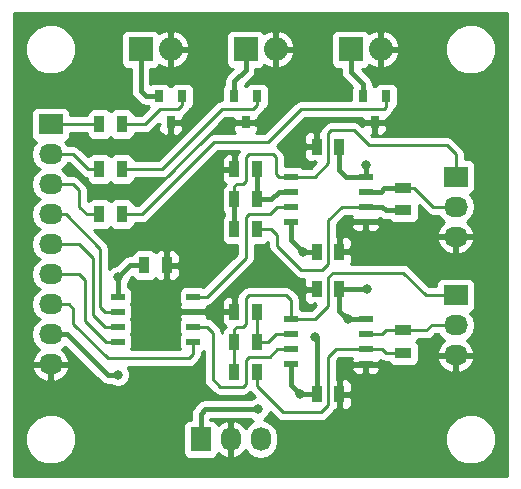
<source format=gtl>
G04 #@! TF.FileFunction,Copper,L1,Top,Signal*
%FSLAX46Y46*%
G04 Gerber Fmt 4.6, Leading zero omitted, Abs format (unit mm)*
G04 Created by KiCad (PCBNEW (2014-11-23 BZR 5300)-product) date Tue 25 Nov 2014 01:03:26 AM EST*
%MOMM*%
G01*
G04 APERTURE LIST*
%ADD10C,0.100000*%
%ADD11R,2.032000X1.727200*%
%ADD12O,2.032000X1.727200*%
%ADD13R,1.727200X2.032000*%
%ADD14O,1.727200X2.032000*%
%ADD15R,2.032000X2.032000*%
%ADD16O,2.032000X2.032000*%
%ADD17R,0.800100X1.000760*%
%ADD18R,1.143000X0.508000*%
%ADD19R,0.889000X1.397000*%
%ADD20R,1.397000X0.889000*%
%ADD21C,0.812800*%
%ADD22C,0.406400*%
%ADD23C,0.254000*%
G04 APERTURE END LIST*
D10*
D11*
X191770000Y-102235000D03*
D12*
X191770000Y-104775000D03*
X191770000Y-107315000D03*
D11*
X191770000Y-112268000D03*
D12*
X191770000Y-114808000D03*
X191770000Y-117348000D03*
D13*
X170180000Y-124460000D03*
D14*
X172720000Y-124460000D03*
X175260000Y-124460000D03*
D11*
X157480000Y-97790000D03*
D12*
X157480000Y-100330000D03*
X157480000Y-102870000D03*
X157480000Y-105410000D03*
X157480000Y-107950000D03*
X157480000Y-110490000D03*
X157480000Y-113030000D03*
X157480000Y-115570000D03*
X157480000Y-118110000D03*
D15*
X165100000Y-91440000D03*
D16*
X167640000Y-91440000D03*
D15*
X173990000Y-91440000D03*
D16*
X176530000Y-91440000D03*
D15*
X182880000Y-91440000D03*
D16*
X185420000Y-91440000D03*
D17*
X167640000Y-97619820D03*
X166687500Y-95420180D03*
X168592500Y-95420180D03*
X173990000Y-97619820D03*
X173037500Y-95420180D03*
X174942500Y-95420180D03*
X184912000Y-97619820D03*
X183959500Y-95420180D03*
X185864500Y-95420180D03*
D18*
X184150000Y-102235000D03*
X184150000Y-103505000D03*
X184150000Y-104775000D03*
X184150000Y-106045000D03*
X177800000Y-106045000D03*
X177800000Y-104775000D03*
X177800000Y-103505000D03*
X177800000Y-102235000D03*
X184150000Y-114300000D03*
X184150000Y-115570000D03*
X184150000Y-116840000D03*
X184150000Y-118110000D03*
X177800000Y-118110000D03*
X177800000Y-116840000D03*
X177800000Y-115570000D03*
X177800000Y-114300000D03*
X169545000Y-112395000D03*
X169545000Y-113665000D03*
X169545000Y-114935000D03*
X169545000Y-116205000D03*
X163195000Y-116205000D03*
X163195000Y-114935000D03*
X163195000Y-113665000D03*
X163195000Y-112395000D03*
D19*
X165417500Y-109728000D03*
X167322500Y-109728000D03*
X181927500Y-111760000D03*
X180022500Y-111760000D03*
X181927500Y-99695000D03*
X180022500Y-99695000D03*
X180022500Y-108585000D03*
X181927500Y-108585000D03*
X180022500Y-120650000D03*
X181927500Y-120650000D03*
X161607500Y-97790000D03*
X163512500Y-97790000D03*
X161607500Y-101600000D03*
X163512500Y-101600000D03*
X161607500Y-105410000D03*
X163512500Y-105410000D03*
X174942500Y-101600000D03*
X173037500Y-101600000D03*
X174942500Y-113665000D03*
X173037500Y-113665000D03*
X174942500Y-104140000D03*
X173037500Y-104140000D03*
X174942500Y-116205000D03*
X173037500Y-116205000D03*
X173037500Y-106680000D03*
X174942500Y-106680000D03*
X173037500Y-118745000D03*
X174942500Y-118745000D03*
D20*
X187325000Y-105092500D03*
X187325000Y-103187500D03*
X187325000Y-117157500D03*
X187325000Y-115252500D03*
D21*
X163195000Y-110744000D03*
X163195000Y-118999000D03*
X168656000Y-109728000D03*
X186436000Y-97663000D03*
X168910000Y-97663000D03*
X175006000Y-97663000D03*
X178435000Y-99695000D03*
X183134000Y-108331000D03*
X184150000Y-119507000D03*
X184150000Y-101219000D03*
X184277000Y-111760000D03*
X182626000Y-114300000D03*
X175006000Y-121920000D03*
X178816000Y-108585000D03*
X179832000Y-115824000D03*
X178562000Y-120650000D03*
D22*
X165417500Y-109728000D02*
X164211000Y-109728000D01*
X164211000Y-109728000D02*
X163195000Y-110744000D01*
X157480000Y-115570000D02*
X158877000Y-115570000D01*
X163195000Y-110744000D02*
X163195000Y-112395000D01*
X162306000Y-118999000D02*
X163195000Y-118999000D01*
X158877000Y-115570000D02*
X162306000Y-118999000D01*
X167322500Y-109728000D02*
X168656000Y-109728000D01*
X169545000Y-113665000D02*
X167894000Y-113665000D01*
X167322500Y-113093500D02*
X167322500Y-109728000D01*
X167894000Y-113665000D02*
X167322500Y-113093500D01*
X184912000Y-97619820D02*
X186392820Y-97619820D01*
X186392820Y-97619820D02*
X186436000Y-97663000D01*
X167640000Y-97619820D02*
X168866820Y-97619820D01*
X168866820Y-97619820D02*
X168910000Y-97663000D01*
X173990000Y-97619820D02*
X174962820Y-97619820D01*
X174962820Y-97619820D02*
X175006000Y-97663000D01*
X180022500Y-99695000D02*
X178435000Y-99695000D01*
X181927500Y-108585000D02*
X182880000Y-108585000D01*
X184150000Y-107315000D02*
X184150000Y-106045000D01*
X182880000Y-108585000D02*
X183134000Y-108331000D01*
X183134000Y-108331000D02*
X184150000Y-107315000D01*
X181927500Y-120650000D02*
X183007000Y-120650000D01*
X184150000Y-119507000D02*
X184150000Y-118110000D01*
X183007000Y-120650000D02*
X184150000Y-119507000D01*
X169545000Y-113665000D02*
X173037500Y-113665000D01*
X181927500Y-111760000D02*
X184277000Y-111760000D01*
X184150000Y-101219000D02*
X184150000Y-102235000D01*
X170180000Y-124460000D02*
X170180000Y-122301000D01*
X170561000Y-121920000D02*
X175006000Y-121920000D01*
X170180000Y-122301000D02*
X170561000Y-121920000D01*
X184150000Y-114300000D02*
X182626000Y-114300000D01*
X181927500Y-113601500D02*
X181927500Y-111760000D01*
X182626000Y-114300000D02*
X181927500Y-113601500D01*
X181927500Y-99695000D02*
X181927500Y-101663500D01*
X181927500Y-101663500D02*
X182499000Y-102235000D01*
X182499000Y-102235000D02*
X184150000Y-102235000D01*
X180022500Y-120650000D02*
X180022500Y-116014500D01*
X180022500Y-116014500D02*
X179832000Y-115824000D01*
X180022500Y-108585000D02*
X178816000Y-108585000D01*
X177800000Y-107569000D02*
X177800000Y-106045000D01*
X178816000Y-108585000D02*
X177800000Y-107569000D01*
X180022500Y-120650000D02*
X178562000Y-120650000D01*
X177800000Y-119888000D02*
X177800000Y-118110000D01*
X178562000Y-120650000D02*
X177800000Y-119888000D01*
D23*
X177800000Y-102235000D02*
X179832000Y-102235000D01*
X191770000Y-100330000D02*
X191770000Y-102235000D01*
X191008000Y-99568000D02*
X191770000Y-100330000D01*
X184404000Y-99568000D02*
X191008000Y-99568000D01*
X183134000Y-98298000D02*
X184404000Y-99568000D01*
X181229000Y-98298000D02*
X183134000Y-98298000D01*
X180975000Y-98552000D02*
X181229000Y-98298000D01*
X180975000Y-101092000D02*
X180975000Y-98552000D01*
X179832000Y-102235000D02*
X180975000Y-101092000D01*
D22*
X173037500Y-106680000D02*
X173037500Y-104140000D01*
D23*
X173037500Y-104140000D02*
X173037500Y-103060500D01*
X176784000Y-102235000D02*
X177800000Y-102235000D01*
X176530000Y-101981000D02*
X176784000Y-102235000D01*
X176530000Y-100584000D02*
X176530000Y-101981000D01*
X176276000Y-100330000D02*
X176530000Y-100584000D01*
X174244000Y-100330000D02*
X176276000Y-100330000D01*
X173990000Y-100584000D02*
X174244000Y-100330000D01*
X173990000Y-102616000D02*
X173990000Y-100584000D01*
X173736000Y-102870000D02*
X173990000Y-102616000D01*
X173228000Y-102870000D02*
X173736000Y-102870000D01*
X173037500Y-103060500D02*
X173228000Y-102870000D01*
X187325000Y-103187500D02*
X188277500Y-103187500D01*
X189865000Y-104775000D02*
X191770000Y-104775000D01*
X188277500Y-103187500D02*
X189865000Y-104775000D01*
D22*
X184150000Y-103505000D02*
X185420000Y-103505000D01*
X185737500Y-103187500D02*
X187325000Y-103187500D01*
X185420000Y-103505000D02*
X185737500Y-103187500D01*
D23*
X177800000Y-114300000D02*
X179832000Y-114300000D01*
X189230000Y-112268000D02*
X191770000Y-112268000D01*
X187325000Y-110363000D02*
X189230000Y-112268000D01*
X181356000Y-110363000D02*
X187325000Y-110363000D01*
X180975000Y-110744000D02*
X181356000Y-110363000D01*
X180975000Y-113157000D02*
X180975000Y-110744000D01*
X179832000Y-114300000D02*
X180975000Y-113157000D01*
X173037500Y-116205000D02*
X173037500Y-118745000D01*
X173037500Y-116205000D02*
X173037500Y-115125500D01*
X177800000Y-112649000D02*
X177800000Y-114300000D01*
X177419000Y-112268000D02*
X177800000Y-112649000D01*
X174244000Y-112268000D02*
X177419000Y-112268000D01*
X173990000Y-112522000D02*
X174244000Y-112268000D01*
X173990000Y-114681000D02*
X173990000Y-112522000D01*
X173736000Y-114935000D02*
X173990000Y-114681000D01*
X173228000Y-114935000D02*
X173736000Y-114935000D01*
X173037500Y-115125500D02*
X173228000Y-114935000D01*
X187325000Y-115252500D02*
X189293500Y-115252500D01*
X189738000Y-114808000D02*
X191770000Y-114808000D01*
X189293500Y-115252500D02*
X189738000Y-114808000D01*
X187325000Y-115252500D02*
X185864500Y-115252500D01*
X185547000Y-115570000D02*
X184150000Y-115570000D01*
X185864500Y-115252500D02*
X185547000Y-115570000D01*
X161607500Y-97790000D02*
X157480000Y-97790000D01*
X161607500Y-101600000D02*
X160655000Y-101600000D01*
X159385000Y-100330000D02*
X157480000Y-100330000D01*
X160655000Y-101600000D02*
X159385000Y-100330000D01*
X161607500Y-105410000D02*
X160528000Y-105410000D01*
X159385000Y-102870000D02*
X157480000Y-102870000D01*
X159893000Y-103378000D02*
X159385000Y-102870000D01*
X159893000Y-104775000D02*
X159893000Y-103378000D01*
X160528000Y-105410000D02*
X159893000Y-104775000D01*
X163195000Y-116205000D02*
X162179000Y-116205000D01*
X159893000Y-110490000D02*
X157480000Y-110490000D01*
X160401000Y-110998000D02*
X159893000Y-110490000D01*
X160401000Y-114427000D02*
X160401000Y-110998000D01*
X162179000Y-116205000D02*
X160401000Y-114427000D01*
X163195000Y-114935000D02*
X162052000Y-114935000D01*
X159893000Y-107950000D02*
X157480000Y-107950000D01*
X161036000Y-109093000D02*
X159893000Y-107950000D01*
X161036000Y-113919000D02*
X161036000Y-109093000D01*
X162052000Y-114935000D02*
X161036000Y-113919000D01*
X163195000Y-113665000D02*
X162052000Y-113665000D01*
X158750000Y-105410000D02*
X157480000Y-105410000D01*
X161671000Y-108331000D02*
X158750000Y-105410000D01*
X161671000Y-113284000D02*
X161671000Y-108331000D01*
X162052000Y-113665000D02*
X161671000Y-113284000D01*
X169545000Y-116205000D02*
X169545000Y-117221000D01*
X159004000Y-113030000D02*
X157480000Y-113030000D01*
X159385000Y-113411000D02*
X159004000Y-113030000D01*
X159385000Y-114681000D02*
X159385000Y-113411000D01*
X162306000Y-117602000D02*
X159385000Y-114681000D01*
X169164000Y-117602000D02*
X162306000Y-117602000D01*
X169545000Y-117221000D02*
X169164000Y-117602000D01*
D22*
X165100000Y-91440000D02*
X165100000Y-94996000D01*
X165100000Y-94996000D02*
X165524180Y-95420180D01*
X165524180Y-95420180D02*
X166687500Y-95420180D01*
X173990000Y-91440000D02*
X173990000Y-93218000D01*
X173037500Y-94170500D02*
X173037500Y-95420180D01*
X173990000Y-93218000D02*
X173037500Y-94170500D01*
X183959500Y-95420180D02*
X183959500Y-94424500D01*
X182880000Y-93345000D02*
X182880000Y-91440000D01*
X183959500Y-94424500D02*
X182880000Y-93345000D01*
D23*
X163512500Y-97790000D02*
X165481000Y-97790000D01*
X165481000Y-97790000D02*
X166751000Y-96520000D01*
X166751000Y-96520000D02*
X168275000Y-96520000D01*
X168275000Y-96520000D02*
X168592500Y-96202500D01*
X168592500Y-96202500D02*
X168592500Y-95420180D01*
X163512500Y-101600000D02*
X166878000Y-101600000D01*
X174942500Y-96202500D02*
X174942500Y-95420180D01*
X174625000Y-96520000D02*
X174942500Y-96202500D01*
X171958000Y-96520000D02*
X174625000Y-96520000D01*
X166878000Y-101600000D02*
X171958000Y-96520000D01*
X185864500Y-95420180D02*
X185864500Y-96329500D01*
X165227000Y-105410000D02*
X163512500Y-105410000D01*
X171323000Y-99314000D02*
X165227000Y-105410000D01*
X175895000Y-99314000D02*
X171323000Y-99314000D01*
X178689000Y-96520000D02*
X175895000Y-99314000D01*
X185674000Y-96520000D02*
X178689000Y-96520000D01*
X185864500Y-96329500D02*
X185674000Y-96520000D01*
D22*
X174942500Y-101600000D02*
X174942500Y-104140000D01*
X177800000Y-103505000D02*
X176784000Y-103505000D01*
X176149000Y-104140000D02*
X174942500Y-104140000D01*
X176784000Y-103505000D02*
X176149000Y-104140000D01*
D23*
X174942500Y-116205000D02*
X175895000Y-116205000D01*
X176530000Y-115570000D02*
X177800000Y-115570000D01*
X175895000Y-116205000D02*
X176530000Y-115570000D01*
X174942500Y-113665000D02*
X174942500Y-116205000D01*
X174942500Y-106680000D02*
X176149000Y-106680000D01*
X182118000Y-104775000D02*
X184150000Y-104775000D01*
X180975000Y-105918000D02*
X182118000Y-104775000D01*
X180975000Y-109601000D02*
X180975000Y-105918000D01*
X180467000Y-110109000D02*
X180975000Y-109601000D01*
X178689000Y-110109000D02*
X180467000Y-110109000D01*
X176657000Y-108077000D02*
X178689000Y-110109000D01*
X176657000Y-107188000D02*
X176657000Y-108077000D01*
X176149000Y-106680000D02*
X176657000Y-107188000D01*
D22*
X184150000Y-104775000D02*
X185547000Y-104775000D01*
X185864500Y-105092500D02*
X187325000Y-105092500D01*
X185547000Y-104775000D02*
X185864500Y-105092500D01*
D23*
X174942500Y-118745000D02*
X174942500Y-119951500D01*
X181610000Y-116840000D02*
X184150000Y-116840000D01*
X180975000Y-117475000D02*
X181610000Y-116840000D01*
X180975000Y-121539000D02*
X180975000Y-117475000D01*
X180340000Y-122174000D02*
X180975000Y-121539000D01*
X177165000Y-122174000D02*
X180340000Y-122174000D01*
X174942500Y-119951500D02*
X177165000Y-122174000D01*
X187325000Y-117157500D02*
X185864500Y-117157500D01*
X185547000Y-116840000D02*
X184150000Y-116840000D01*
X185864500Y-117157500D02*
X185547000Y-116840000D01*
X169545000Y-112395000D02*
X170688000Y-112395000D01*
X176657000Y-104775000D02*
X177800000Y-104775000D01*
X176022000Y-105410000D02*
X176657000Y-104775000D01*
X174244000Y-105410000D02*
X176022000Y-105410000D01*
X173990000Y-105664000D02*
X174244000Y-105410000D01*
X173990000Y-109093000D02*
X173990000Y-105664000D01*
X170688000Y-112395000D02*
X173990000Y-109093000D01*
X177800000Y-116840000D02*
X176657000Y-116840000D01*
X170688000Y-114935000D02*
X169545000Y-114935000D01*
X171196000Y-115443000D02*
X170688000Y-114935000D01*
X171196000Y-119380000D02*
X171196000Y-115443000D01*
X171831000Y-120015000D02*
X171196000Y-119380000D01*
X173736000Y-120015000D02*
X171831000Y-120015000D01*
X173990000Y-119761000D02*
X173736000Y-120015000D01*
X173990000Y-117729000D02*
X173990000Y-119761000D01*
X174244000Y-117475000D02*
X173990000Y-117729000D01*
X176022000Y-117475000D02*
X174244000Y-117475000D01*
X176657000Y-116840000D02*
X176022000Y-117475000D01*
G36*
X180169500Y-111887000D02*
X180149500Y-111887000D01*
X180149500Y-111907000D01*
X179895500Y-111907000D01*
X179895500Y-111887000D01*
X179101750Y-111887000D01*
X178943000Y-112045750D01*
X178943000Y-112332191D01*
X178943000Y-112584810D01*
X179039673Y-112818199D01*
X179218302Y-112996827D01*
X179451691Y-113093500D01*
X179736750Y-113093500D01*
X179895498Y-112934752D01*
X179895498Y-113093500D01*
X179895500Y-113093500D01*
X179960870Y-113093500D01*
X179895500Y-113158870D01*
X179516370Y-113538000D01*
X178761525Y-113538000D01*
X178731199Y-113507673D01*
X178562000Y-113437588D01*
X178562000Y-112649000D01*
X178503996Y-112357395D01*
X178338815Y-112110185D01*
X178338815Y-112110184D01*
X177957815Y-111729185D01*
X177710605Y-111564004D01*
X177419000Y-111506000D01*
X174244000Y-111506000D01*
X173952395Y-111564004D01*
X173705184Y-111729185D01*
X173451185Y-111983185D01*
X173286004Y-112230395D01*
X173251651Y-112403098D01*
X173251650Y-112403099D01*
X173164500Y-112490250D01*
X173164500Y-113538000D01*
X173184500Y-113538000D01*
X173184500Y-113792000D01*
X173164500Y-113792000D01*
X173164500Y-113812000D01*
X172910500Y-113812000D01*
X172910500Y-113792000D01*
X172910500Y-113538000D01*
X172910500Y-112490250D01*
X172751750Y-112331500D01*
X172466691Y-112331500D01*
X172233302Y-112428173D01*
X172054673Y-112606801D01*
X171958000Y-112840190D01*
X171958000Y-113092809D01*
X171958000Y-113379250D01*
X172116750Y-113538000D01*
X172910500Y-113538000D01*
X172910500Y-113792000D01*
X172116750Y-113792000D01*
X171958000Y-113950750D01*
X171958000Y-114237191D01*
X171958000Y-114489810D01*
X172054673Y-114723199D01*
X172233302Y-114901827D01*
X172313388Y-114935000D01*
X172233302Y-114968173D01*
X172054673Y-115146801D01*
X171958000Y-115380190D01*
X171958000Y-115443000D01*
X171899996Y-115151395D01*
X171734815Y-114904185D01*
X171734815Y-114904184D01*
X171226815Y-114396185D01*
X170979605Y-114231004D01*
X170697801Y-114174949D01*
X170751500Y-114045309D01*
X170751500Y-113950750D01*
X170592750Y-113792000D01*
X169672000Y-113792000D01*
X169672000Y-113812000D01*
X169418000Y-113812000D01*
X169418000Y-113792000D01*
X168497250Y-113792000D01*
X168338500Y-113950750D01*
X168338500Y-114045309D01*
X168435173Y-114278698D01*
X168456474Y-114299999D01*
X168435173Y-114321301D01*
X168338500Y-114554690D01*
X168338500Y-114807309D01*
X168338500Y-115315309D01*
X168435173Y-115548698D01*
X168456474Y-115569999D01*
X168435173Y-115591301D01*
X168338500Y-115824690D01*
X168338500Y-116077309D01*
X168338500Y-116585309D01*
X168435173Y-116818698D01*
X168456474Y-116840000D01*
X164283525Y-116840000D01*
X164304827Y-116818699D01*
X164401500Y-116585310D01*
X164401500Y-116332691D01*
X164401500Y-115824691D01*
X164304827Y-115591302D01*
X164283525Y-115570000D01*
X164304827Y-115548699D01*
X164401500Y-115315310D01*
X164401500Y-115062691D01*
X164401500Y-114554691D01*
X164304827Y-114321302D01*
X164283525Y-114300000D01*
X164304827Y-114278699D01*
X164401500Y-114045310D01*
X164401500Y-113792691D01*
X164401500Y-113284691D01*
X164304827Y-113051302D01*
X164283525Y-113030000D01*
X164304827Y-113008699D01*
X164401500Y-112775310D01*
X164401500Y-112522691D01*
X164401500Y-112014691D01*
X164304827Y-111781302D01*
X164126199Y-111602673D01*
X164033200Y-111564151D01*
X164033200Y-111378740D01*
X164077341Y-111334676D01*
X164236219Y-110952056D01*
X164236274Y-110888119D01*
X164406415Y-110717978D01*
X164434673Y-110786198D01*
X164613301Y-110964827D01*
X164846690Y-111061500D01*
X165099309Y-111061500D01*
X165988309Y-111061500D01*
X166221698Y-110964827D01*
X166370000Y-110816525D01*
X166518302Y-110964827D01*
X166751691Y-111061500D01*
X167036750Y-111061500D01*
X167195500Y-110902750D01*
X167195500Y-109855000D01*
X167175500Y-109855000D01*
X167175500Y-109601000D01*
X167195500Y-109601000D01*
X167195500Y-108553250D01*
X167036750Y-108394500D01*
X166751691Y-108394500D01*
X166518302Y-108491173D01*
X166369999Y-108639474D01*
X166221699Y-108491173D01*
X165988310Y-108394500D01*
X165735691Y-108394500D01*
X164846691Y-108394500D01*
X164613302Y-108491173D01*
X164434673Y-108669801D01*
X164343546Y-108889800D01*
X164211000Y-108889800D01*
X163890234Y-108953604D01*
X163618303Y-109135303D01*
X163051131Y-109702474D01*
X162988762Y-109702420D01*
X162605865Y-109860629D01*
X162433000Y-110033192D01*
X162433000Y-108331000D01*
X162374996Y-108039396D01*
X162374996Y-108039395D01*
X162209815Y-107792185D01*
X161161129Y-106743500D01*
X161289309Y-106743500D01*
X162178309Y-106743500D01*
X162411698Y-106646827D01*
X162560000Y-106498525D01*
X162708301Y-106646827D01*
X162941690Y-106743500D01*
X163194309Y-106743500D01*
X164083309Y-106743500D01*
X164316698Y-106646827D01*
X164495327Y-106468199D01*
X164592000Y-106234810D01*
X164592000Y-106172000D01*
X165227000Y-106172000D01*
X165227000Y-106171999D01*
X165518604Y-106113996D01*
X165518605Y-106113996D01*
X165765815Y-105948815D01*
X171638630Y-100076000D01*
X173430595Y-100076000D01*
X173286004Y-100292395D01*
X173283185Y-100306564D01*
X173164500Y-100425250D01*
X173164500Y-101473000D01*
X173184500Y-101473000D01*
X173184500Y-101727000D01*
X173164500Y-101727000D01*
X173164500Y-101747000D01*
X172910500Y-101747000D01*
X172910500Y-101727000D01*
X172910500Y-101473000D01*
X172910500Y-100425250D01*
X172751750Y-100266500D01*
X172466691Y-100266500D01*
X172233302Y-100363173D01*
X172054673Y-100541801D01*
X171958000Y-100775190D01*
X171958000Y-101027809D01*
X171958000Y-101314250D01*
X172116750Y-101473000D01*
X172910500Y-101473000D01*
X172910500Y-101727000D01*
X172116750Y-101727000D01*
X171958000Y-101885750D01*
X171958000Y-102172191D01*
X171958000Y-102424810D01*
X172054673Y-102658199D01*
X172233302Y-102836827D01*
X172313388Y-102870000D01*
X172233302Y-102903173D01*
X172054673Y-103081801D01*
X171958000Y-103315190D01*
X171958000Y-103567809D01*
X171958000Y-104964809D01*
X172054673Y-105198198D01*
X172199300Y-105342825D01*
X172199300Y-105477174D01*
X172054673Y-105621801D01*
X171958000Y-105855190D01*
X171958000Y-106107809D01*
X171958000Y-107504809D01*
X172054673Y-107738198D01*
X172233301Y-107916827D01*
X172466690Y-108013500D01*
X172719309Y-108013500D01*
X173228000Y-108013500D01*
X173228000Y-108777370D01*
X170424225Y-111581144D01*
X170242810Y-111506000D01*
X169990191Y-111506000D01*
X168847191Y-111506000D01*
X168613802Y-111602673D01*
X168435173Y-111781301D01*
X168402000Y-111861387D01*
X168402000Y-110552810D01*
X168402000Y-110300191D01*
X168402000Y-110013750D01*
X168402000Y-109442250D01*
X168402000Y-109155809D01*
X168402000Y-108903190D01*
X168305327Y-108669801D01*
X168126698Y-108491173D01*
X167893309Y-108394500D01*
X167608250Y-108394500D01*
X167449500Y-108553250D01*
X167449500Y-109601000D01*
X168243250Y-109601000D01*
X168402000Y-109442250D01*
X168402000Y-110013750D01*
X168243250Y-109855000D01*
X167449500Y-109855000D01*
X167449500Y-110902750D01*
X167608250Y-111061500D01*
X167893309Y-111061500D01*
X168126698Y-110964827D01*
X168305327Y-110786199D01*
X168402000Y-110552810D01*
X168402000Y-111861387D01*
X168338500Y-112014690D01*
X168338500Y-112267309D01*
X168338500Y-112775309D01*
X168435173Y-113008698D01*
X168456474Y-113030000D01*
X168435173Y-113051302D01*
X168338500Y-113284691D01*
X168338500Y-113379250D01*
X168497250Y-113538000D01*
X169418000Y-113538000D01*
X169418000Y-113518000D01*
X169672000Y-113518000D01*
X169672000Y-113538000D01*
X170592750Y-113538000D01*
X170751500Y-113379250D01*
X170751500Y-113284691D01*
X170697801Y-113155050D01*
X170979604Y-113098996D01*
X170979605Y-113098996D01*
X171226815Y-112933815D01*
X174528815Y-109631815D01*
X174693996Y-109384605D01*
X174751999Y-109093000D01*
X174752000Y-109093000D01*
X174752000Y-108013500D01*
X175513309Y-108013500D01*
X175746698Y-107916827D01*
X175895000Y-107768525D01*
X175895000Y-108077000D01*
X175953004Y-108368605D01*
X176118185Y-108615815D01*
X178150185Y-110647815D01*
X178397395Y-110812996D01*
X178397396Y-110812996D01*
X178689000Y-110871000D01*
X178969588Y-110871000D01*
X178943000Y-110935190D01*
X178943000Y-111187809D01*
X178943000Y-111474250D01*
X179101750Y-111633000D01*
X179895500Y-111633000D01*
X179895500Y-111613000D01*
X180149500Y-111613000D01*
X180149500Y-111633000D01*
X180169500Y-111633000D01*
X180169500Y-111887000D01*
X180169500Y-111887000D01*
G37*
X180169500Y-111887000D02*
X180149500Y-111887000D01*
X180149500Y-111907000D01*
X179895500Y-111907000D01*
X179895500Y-111887000D01*
X179101750Y-111887000D01*
X178943000Y-112045750D01*
X178943000Y-112332191D01*
X178943000Y-112584810D01*
X179039673Y-112818199D01*
X179218302Y-112996827D01*
X179451691Y-113093500D01*
X179736750Y-113093500D01*
X179895498Y-112934752D01*
X179895498Y-113093500D01*
X179895500Y-113093500D01*
X179960870Y-113093500D01*
X179895500Y-113158870D01*
X179516370Y-113538000D01*
X178761525Y-113538000D01*
X178731199Y-113507673D01*
X178562000Y-113437588D01*
X178562000Y-112649000D01*
X178503996Y-112357395D01*
X178338815Y-112110185D01*
X178338815Y-112110184D01*
X177957815Y-111729185D01*
X177710605Y-111564004D01*
X177419000Y-111506000D01*
X174244000Y-111506000D01*
X173952395Y-111564004D01*
X173705184Y-111729185D01*
X173451185Y-111983185D01*
X173286004Y-112230395D01*
X173251651Y-112403098D01*
X173251650Y-112403099D01*
X173164500Y-112490250D01*
X173164500Y-113538000D01*
X173184500Y-113538000D01*
X173184500Y-113792000D01*
X173164500Y-113792000D01*
X173164500Y-113812000D01*
X172910500Y-113812000D01*
X172910500Y-113792000D01*
X172910500Y-113538000D01*
X172910500Y-112490250D01*
X172751750Y-112331500D01*
X172466691Y-112331500D01*
X172233302Y-112428173D01*
X172054673Y-112606801D01*
X171958000Y-112840190D01*
X171958000Y-113092809D01*
X171958000Y-113379250D01*
X172116750Y-113538000D01*
X172910500Y-113538000D01*
X172910500Y-113792000D01*
X172116750Y-113792000D01*
X171958000Y-113950750D01*
X171958000Y-114237191D01*
X171958000Y-114489810D01*
X172054673Y-114723199D01*
X172233302Y-114901827D01*
X172313388Y-114935000D01*
X172233302Y-114968173D01*
X172054673Y-115146801D01*
X171958000Y-115380190D01*
X171958000Y-115443000D01*
X171899996Y-115151395D01*
X171734815Y-114904185D01*
X171734815Y-114904184D01*
X171226815Y-114396185D01*
X170979605Y-114231004D01*
X170697801Y-114174949D01*
X170751500Y-114045309D01*
X170751500Y-113950750D01*
X170592750Y-113792000D01*
X169672000Y-113792000D01*
X169672000Y-113812000D01*
X169418000Y-113812000D01*
X169418000Y-113792000D01*
X168497250Y-113792000D01*
X168338500Y-113950750D01*
X168338500Y-114045309D01*
X168435173Y-114278698D01*
X168456474Y-114299999D01*
X168435173Y-114321301D01*
X168338500Y-114554690D01*
X168338500Y-114807309D01*
X168338500Y-115315309D01*
X168435173Y-115548698D01*
X168456474Y-115569999D01*
X168435173Y-115591301D01*
X168338500Y-115824690D01*
X168338500Y-116077309D01*
X168338500Y-116585309D01*
X168435173Y-116818698D01*
X168456474Y-116840000D01*
X164283525Y-116840000D01*
X164304827Y-116818699D01*
X164401500Y-116585310D01*
X164401500Y-116332691D01*
X164401500Y-115824691D01*
X164304827Y-115591302D01*
X164283525Y-115570000D01*
X164304827Y-115548699D01*
X164401500Y-115315310D01*
X164401500Y-115062691D01*
X164401500Y-114554691D01*
X164304827Y-114321302D01*
X164283525Y-114300000D01*
X164304827Y-114278699D01*
X164401500Y-114045310D01*
X164401500Y-113792691D01*
X164401500Y-113284691D01*
X164304827Y-113051302D01*
X164283525Y-113030000D01*
X164304827Y-113008699D01*
X164401500Y-112775310D01*
X164401500Y-112522691D01*
X164401500Y-112014691D01*
X164304827Y-111781302D01*
X164126199Y-111602673D01*
X164033200Y-111564151D01*
X164033200Y-111378740D01*
X164077341Y-111334676D01*
X164236219Y-110952056D01*
X164236274Y-110888119D01*
X164406415Y-110717978D01*
X164434673Y-110786198D01*
X164613301Y-110964827D01*
X164846690Y-111061500D01*
X165099309Y-111061500D01*
X165988309Y-111061500D01*
X166221698Y-110964827D01*
X166370000Y-110816525D01*
X166518302Y-110964827D01*
X166751691Y-111061500D01*
X167036750Y-111061500D01*
X167195500Y-110902750D01*
X167195500Y-109855000D01*
X167175500Y-109855000D01*
X167175500Y-109601000D01*
X167195500Y-109601000D01*
X167195500Y-108553250D01*
X167036750Y-108394500D01*
X166751691Y-108394500D01*
X166518302Y-108491173D01*
X166369999Y-108639474D01*
X166221699Y-108491173D01*
X165988310Y-108394500D01*
X165735691Y-108394500D01*
X164846691Y-108394500D01*
X164613302Y-108491173D01*
X164434673Y-108669801D01*
X164343546Y-108889800D01*
X164211000Y-108889800D01*
X163890234Y-108953604D01*
X163618303Y-109135303D01*
X163051131Y-109702474D01*
X162988762Y-109702420D01*
X162605865Y-109860629D01*
X162433000Y-110033192D01*
X162433000Y-108331000D01*
X162374996Y-108039396D01*
X162374996Y-108039395D01*
X162209815Y-107792185D01*
X161161129Y-106743500D01*
X161289309Y-106743500D01*
X162178309Y-106743500D01*
X162411698Y-106646827D01*
X162560000Y-106498525D01*
X162708301Y-106646827D01*
X162941690Y-106743500D01*
X163194309Y-106743500D01*
X164083309Y-106743500D01*
X164316698Y-106646827D01*
X164495327Y-106468199D01*
X164592000Y-106234810D01*
X164592000Y-106172000D01*
X165227000Y-106172000D01*
X165227000Y-106171999D01*
X165518604Y-106113996D01*
X165518605Y-106113996D01*
X165765815Y-105948815D01*
X171638630Y-100076000D01*
X173430595Y-100076000D01*
X173286004Y-100292395D01*
X173283185Y-100306564D01*
X173164500Y-100425250D01*
X173164500Y-101473000D01*
X173184500Y-101473000D01*
X173184500Y-101727000D01*
X173164500Y-101727000D01*
X173164500Y-101747000D01*
X172910500Y-101747000D01*
X172910500Y-101727000D01*
X172910500Y-101473000D01*
X172910500Y-100425250D01*
X172751750Y-100266500D01*
X172466691Y-100266500D01*
X172233302Y-100363173D01*
X172054673Y-100541801D01*
X171958000Y-100775190D01*
X171958000Y-101027809D01*
X171958000Y-101314250D01*
X172116750Y-101473000D01*
X172910500Y-101473000D01*
X172910500Y-101727000D01*
X172116750Y-101727000D01*
X171958000Y-101885750D01*
X171958000Y-102172191D01*
X171958000Y-102424810D01*
X172054673Y-102658199D01*
X172233302Y-102836827D01*
X172313388Y-102870000D01*
X172233302Y-102903173D01*
X172054673Y-103081801D01*
X171958000Y-103315190D01*
X171958000Y-103567809D01*
X171958000Y-104964809D01*
X172054673Y-105198198D01*
X172199300Y-105342825D01*
X172199300Y-105477174D01*
X172054673Y-105621801D01*
X171958000Y-105855190D01*
X171958000Y-106107809D01*
X171958000Y-107504809D01*
X172054673Y-107738198D01*
X172233301Y-107916827D01*
X172466690Y-108013500D01*
X172719309Y-108013500D01*
X173228000Y-108013500D01*
X173228000Y-108777370D01*
X170424225Y-111581144D01*
X170242810Y-111506000D01*
X169990191Y-111506000D01*
X168847191Y-111506000D01*
X168613802Y-111602673D01*
X168435173Y-111781301D01*
X168402000Y-111861387D01*
X168402000Y-110552810D01*
X168402000Y-110300191D01*
X168402000Y-110013750D01*
X168402000Y-109442250D01*
X168402000Y-109155809D01*
X168402000Y-108903190D01*
X168305327Y-108669801D01*
X168126698Y-108491173D01*
X167893309Y-108394500D01*
X167608250Y-108394500D01*
X167449500Y-108553250D01*
X167449500Y-109601000D01*
X168243250Y-109601000D01*
X168402000Y-109442250D01*
X168402000Y-110013750D01*
X168243250Y-109855000D01*
X167449500Y-109855000D01*
X167449500Y-110902750D01*
X167608250Y-111061500D01*
X167893309Y-111061500D01*
X168126698Y-110964827D01*
X168305327Y-110786199D01*
X168402000Y-110552810D01*
X168402000Y-111861387D01*
X168338500Y-112014690D01*
X168338500Y-112267309D01*
X168338500Y-112775309D01*
X168435173Y-113008698D01*
X168456474Y-113030000D01*
X168435173Y-113051302D01*
X168338500Y-113284691D01*
X168338500Y-113379250D01*
X168497250Y-113538000D01*
X169418000Y-113538000D01*
X169418000Y-113518000D01*
X169672000Y-113518000D01*
X169672000Y-113538000D01*
X170592750Y-113538000D01*
X170751500Y-113379250D01*
X170751500Y-113284691D01*
X170697801Y-113155050D01*
X170979604Y-113098996D01*
X170979605Y-113098996D01*
X171226815Y-112933815D01*
X174528815Y-109631815D01*
X174693996Y-109384605D01*
X174751999Y-109093000D01*
X174752000Y-109093000D01*
X174752000Y-108013500D01*
X175513309Y-108013500D01*
X175746698Y-107916827D01*
X175895000Y-107768525D01*
X175895000Y-108077000D01*
X175953004Y-108368605D01*
X176118185Y-108615815D01*
X178150185Y-110647815D01*
X178397395Y-110812996D01*
X178397396Y-110812996D01*
X178689000Y-110871000D01*
X178969588Y-110871000D01*
X178943000Y-110935190D01*
X178943000Y-111187809D01*
X178943000Y-111474250D01*
X179101750Y-111633000D01*
X179895500Y-111633000D01*
X179895500Y-111613000D01*
X180149500Y-111613000D01*
X180149500Y-111633000D01*
X180169500Y-111633000D01*
X180169500Y-111887000D01*
G36*
X196140000Y-127560000D02*
X195175240Y-127560000D01*
X195175240Y-124037211D01*
X195175240Y-91017211D01*
X194850910Y-90232273D01*
X194250886Y-89631200D01*
X193466515Y-89305501D01*
X192617211Y-89304760D01*
X191832273Y-89629090D01*
X191231200Y-90229114D01*
X190905501Y-91013485D01*
X190904760Y-91862789D01*
X191229090Y-92647727D01*
X191829114Y-93248800D01*
X192613485Y-93574499D01*
X193462789Y-93575240D01*
X194247727Y-93250910D01*
X194848800Y-92650886D01*
X195174499Y-91866515D01*
X195175240Y-91017211D01*
X195175240Y-124037211D01*
X194850910Y-123252273D01*
X194250886Y-122651200D01*
X193466515Y-122325501D01*
X193453345Y-122325489D01*
X193453345Y-114808000D01*
X193339271Y-114234511D01*
X193014415Y-113748330D01*
X192992219Y-113733499D01*
X193145698Y-113669927D01*
X193324327Y-113491299D01*
X193421000Y-113257910D01*
X193421000Y-113005291D01*
X193421000Y-111278091D01*
X193377358Y-111172730D01*
X193377358Y-107674026D01*
X193256217Y-107442000D01*
X191897000Y-107442000D01*
X191897000Y-108655924D01*
X192131913Y-108800184D01*
X192684320Y-108606954D01*
X193120732Y-108217036D01*
X193374709Y-107689791D01*
X193377358Y-107674026D01*
X193377358Y-111172730D01*
X193324327Y-111044702D01*
X193145699Y-110866073D01*
X192912310Y-110769400D01*
X192659691Y-110769400D01*
X191643000Y-110769400D01*
X191643000Y-108655924D01*
X191643000Y-107442000D01*
X190283783Y-107442000D01*
X190162642Y-107674026D01*
X190165291Y-107689791D01*
X190419268Y-108217036D01*
X190855680Y-108606954D01*
X191408087Y-108800184D01*
X191643000Y-108655924D01*
X191643000Y-110769400D01*
X190627691Y-110769400D01*
X190394302Y-110866073D01*
X190215673Y-111044701D01*
X190119000Y-111278090D01*
X190119000Y-111506000D01*
X189545630Y-111506000D01*
X187863815Y-109824185D01*
X187616605Y-109659004D01*
X187325000Y-109601000D01*
X185356500Y-109601000D01*
X185356500Y-106425309D01*
X185356500Y-106330750D01*
X185197750Y-106172000D01*
X184277000Y-106172000D01*
X184277000Y-106775250D01*
X184435750Y-106934000D01*
X184595191Y-106934000D01*
X184847810Y-106934000D01*
X185081199Y-106837327D01*
X185259827Y-106658698D01*
X185356500Y-106425309D01*
X185356500Y-109601000D01*
X184023000Y-109601000D01*
X184023000Y-106775250D01*
X184023000Y-106172000D01*
X183102250Y-106172000D01*
X182943500Y-106330750D01*
X182943500Y-106425309D01*
X183040173Y-106658698D01*
X183218801Y-106837327D01*
X183452190Y-106934000D01*
X183704809Y-106934000D01*
X183864250Y-106934000D01*
X184023000Y-106775250D01*
X184023000Y-109601000D01*
X182927806Y-109601000D01*
X183007000Y-109409810D01*
X183007000Y-109157191D01*
X183007000Y-108870750D01*
X183007000Y-108299250D01*
X183007000Y-108012809D01*
X183007000Y-107760190D01*
X182910327Y-107526801D01*
X182731698Y-107348173D01*
X182498309Y-107251500D01*
X182213250Y-107251500D01*
X182054500Y-107410250D01*
X182054500Y-108458000D01*
X182848250Y-108458000D01*
X183007000Y-108299250D01*
X183007000Y-108870750D01*
X182848250Y-108712000D01*
X182054500Y-108712000D01*
X182054500Y-108732000D01*
X181800500Y-108732000D01*
X181800500Y-108712000D01*
X181780500Y-108712000D01*
X181780500Y-108458000D01*
X181800500Y-108458000D01*
X181800500Y-107410250D01*
X181737000Y-107346750D01*
X181737000Y-106233630D01*
X182433630Y-105537000D01*
X182996391Y-105537000D01*
X182943500Y-105664691D01*
X182943500Y-105759250D01*
X183102250Y-105918000D01*
X184023000Y-105918000D01*
X184023000Y-105898000D01*
X184277000Y-105898000D01*
X184277000Y-105918000D01*
X185197750Y-105918000D01*
X185356500Y-105759250D01*
X185356500Y-105741789D01*
X185543735Y-105866896D01*
X185864500Y-105930700D01*
X186122174Y-105930700D01*
X186266801Y-106075327D01*
X186500190Y-106172000D01*
X186752809Y-106172000D01*
X188149809Y-106172000D01*
X188383198Y-106075327D01*
X188561827Y-105896699D01*
X188658500Y-105663310D01*
X188658500Y-105410691D01*
X188658500Y-104646130D01*
X189326185Y-105313815D01*
X189573395Y-105478996D01*
X189573396Y-105478996D01*
X189865000Y-105537000D01*
X190326688Y-105537000D01*
X190525585Y-105834670D01*
X190835069Y-106041460D01*
X190419268Y-106412964D01*
X190165291Y-106940209D01*
X190162642Y-106955974D01*
X190283783Y-107188000D01*
X191643000Y-107188000D01*
X191643000Y-107168000D01*
X191897000Y-107168000D01*
X191897000Y-107188000D01*
X193256217Y-107188000D01*
X193377358Y-106955974D01*
X193374709Y-106940209D01*
X193120732Y-106412964D01*
X192704930Y-106041460D01*
X193014415Y-105834670D01*
X193339271Y-105348489D01*
X193453345Y-104775000D01*
X193339271Y-104201511D01*
X193014415Y-103715330D01*
X192992219Y-103700499D01*
X193145698Y-103636927D01*
X193324327Y-103458299D01*
X193421000Y-103224910D01*
X193421000Y-102972291D01*
X193421000Y-101245091D01*
X193324327Y-101011702D01*
X193145699Y-100833073D01*
X192912310Y-100736400D01*
X192659691Y-100736400D01*
X192532000Y-100736400D01*
X192532000Y-100330000D01*
X192473996Y-100038396D01*
X192473996Y-100038395D01*
X192407834Y-99939376D01*
X192308816Y-99791185D01*
X191546815Y-99029185D01*
X191299605Y-98864004D01*
X191008000Y-98806000D01*
X187025975Y-98806000D01*
X187025975Y-91822944D01*
X187025975Y-91057056D01*
X186826385Y-90575182D01*
X186388379Y-90102812D01*
X185802946Y-89834017D01*
X185547000Y-89952633D01*
X185547000Y-91313000D01*
X186906836Y-91313000D01*
X187025975Y-91057056D01*
X187025975Y-91822944D01*
X186906836Y-91567000D01*
X185547000Y-91567000D01*
X185547000Y-92927367D01*
X185802946Y-93045983D01*
X186388379Y-92777188D01*
X186826385Y-92304818D01*
X187025975Y-91822944D01*
X187025975Y-98806000D01*
X185947050Y-98806000D01*
X185947050Y-98246510D01*
X185947050Y-97993891D01*
X185947050Y-97905570D01*
X185788300Y-97746820D01*
X185039000Y-97746820D01*
X185039000Y-98596450D01*
X185197750Y-98755200D01*
X185438359Y-98755200D01*
X185671748Y-98658527D01*
X185850377Y-98479899D01*
X185947050Y-98246510D01*
X185947050Y-98806000D01*
X184719630Y-98806000D01*
X184647540Y-98733909D01*
X184785000Y-98596450D01*
X184785000Y-97746820D01*
X184035700Y-97746820D01*
X183876950Y-97905570D01*
X183876950Y-97963319D01*
X183672815Y-97759185D01*
X183425605Y-97594004D01*
X183134000Y-97536000D01*
X181229000Y-97536000D01*
X180937395Y-97594004D01*
X180690184Y-97759185D01*
X180436185Y-98013185D01*
X180271004Y-98260395D01*
X180236651Y-98433098D01*
X180236650Y-98433099D01*
X180149500Y-98520250D01*
X180149500Y-99568000D01*
X180169500Y-99568000D01*
X180169500Y-99822000D01*
X180149500Y-99822000D01*
X180149500Y-99842000D01*
X179895500Y-99842000D01*
X179895500Y-99822000D01*
X179895500Y-99568000D01*
X179895500Y-98520250D01*
X179736750Y-98361500D01*
X179451691Y-98361500D01*
X179218302Y-98458173D01*
X179039673Y-98636801D01*
X178943000Y-98870190D01*
X178943000Y-99122809D01*
X178943000Y-99409250D01*
X179101750Y-99568000D01*
X179895500Y-99568000D01*
X179895500Y-99822000D01*
X179101750Y-99822000D01*
X178943000Y-99980750D01*
X178943000Y-100267191D01*
X178943000Y-100519810D01*
X179039673Y-100753199D01*
X179218302Y-100931827D01*
X179451691Y-101028500D01*
X179736750Y-101028500D01*
X179895498Y-100869752D01*
X179895498Y-101028500D01*
X179895500Y-101028500D01*
X179960870Y-101028500D01*
X179895500Y-101093870D01*
X179516370Y-101473000D01*
X178761525Y-101473000D01*
X178731199Y-101442673D01*
X178497810Y-101346000D01*
X178245191Y-101346000D01*
X177292000Y-101346000D01*
X177292000Y-100584000D01*
X177233996Y-100292395D01*
X177068815Y-100045185D01*
X177068815Y-100045184D01*
X176814815Y-99791185D01*
X176623366Y-99663263D01*
X179004630Y-97282000D01*
X183876950Y-97282000D01*
X183876950Y-97334070D01*
X184035700Y-97492820D01*
X184785000Y-97492820D01*
X184785000Y-97472820D01*
X185039000Y-97472820D01*
X185039000Y-97492820D01*
X185788300Y-97492820D01*
X185947050Y-97334070D01*
X185947050Y-97245749D01*
X185947050Y-97227686D01*
X185965604Y-97223996D01*
X185965605Y-97223996D01*
X186212815Y-97058815D01*
X186403315Y-96868315D01*
X186403316Y-96868315D01*
X186502334Y-96720123D01*
X186568496Y-96621105D01*
X186568496Y-96621104D01*
X186598654Y-96469488D01*
X186624248Y-96458887D01*
X186802877Y-96280259D01*
X186899550Y-96046870D01*
X186899550Y-95794251D01*
X186899550Y-94793491D01*
X186802877Y-94560102D01*
X186624249Y-94381473D01*
X186390860Y-94284800D01*
X186138241Y-94284800D01*
X185338141Y-94284800D01*
X185104752Y-94381473D01*
X184926123Y-94560101D01*
X184911999Y-94594197D01*
X184897877Y-94560102D01*
X184797700Y-94459924D01*
X184797700Y-94424500D01*
X184733896Y-94103735D01*
X184552197Y-93831803D01*
X183811394Y-93091000D01*
X184022309Y-93091000D01*
X184255698Y-92994327D01*
X184434327Y-92815699D01*
X184450693Y-92776187D01*
X184451621Y-92777188D01*
X185037054Y-93045983D01*
X185293000Y-92927367D01*
X185293000Y-91567000D01*
X185273000Y-91567000D01*
X185273000Y-91313000D01*
X185293000Y-91313000D01*
X185293000Y-89952633D01*
X185037054Y-89834017D01*
X184451621Y-90102812D01*
X184450692Y-90103812D01*
X184434327Y-90064302D01*
X184255699Y-89885673D01*
X184022310Y-89789000D01*
X183769691Y-89789000D01*
X181737691Y-89789000D01*
X181504302Y-89885673D01*
X181325673Y-90064301D01*
X181229000Y-90297690D01*
X181229000Y-90550309D01*
X181229000Y-92582309D01*
X181325673Y-92815698D01*
X181504301Y-92994327D01*
X181737690Y-93091000D01*
X181990309Y-93091000D01*
X182041800Y-93091000D01*
X182041800Y-93345000D01*
X182105604Y-93665766D01*
X182287303Y-93937697D01*
X182988489Y-94638883D01*
X182924450Y-94793490D01*
X182924450Y-95046109D01*
X182924450Y-95758000D01*
X178689000Y-95758000D01*
X178397395Y-95816004D01*
X178298376Y-95882165D01*
X178150185Y-95981184D01*
X178135975Y-95995394D01*
X178135975Y-91822944D01*
X178135975Y-91057056D01*
X177936385Y-90575182D01*
X177498379Y-90102812D01*
X176912946Y-89834017D01*
X176657000Y-89952633D01*
X176657000Y-91313000D01*
X178016836Y-91313000D01*
X178135975Y-91057056D01*
X178135975Y-91822944D01*
X178016836Y-91567000D01*
X176657000Y-91567000D01*
X176657000Y-92927367D01*
X176912946Y-93045983D01*
X177498379Y-92777188D01*
X177936385Y-92304818D01*
X178135975Y-91822944D01*
X178135975Y-95995394D01*
X175579369Y-98552000D01*
X174856275Y-98552000D01*
X174928377Y-98479899D01*
X175025050Y-98246510D01*
X175025050Y-97993891D01*
X175025050Y-97905570D01*
X174866300Y-97746820D01*
X174117000Y-97746820D01*
X174117000Y-97766820D01*
X173863000Y-97766820D01*
X173863000Y-97746820D01*
X173113700Y-97746820D01*
X172954950Y-97905570D01*
X172954950Y-97993891D01*
X172954950Y-98246510D01*
X173051623Y-98479899D01*
X173123724Y-98552000D01*
X171323000Y-98552000D01*
X171031395Y-98610004D01*
X170784185Y-98775185D01*
X164911370Y-104648000D01*
X164592000Y-104648000D01*
X164592000Y-104585191D01*
X164495327Y-104351802D01*
X164316699Y-104173173D01*
X164083310Y-104076500D01*
X163830691Y-104076500D01*
X162941691Y-104076500D01*
X162708302Y-104173173D01*
X162559999Y-104321474D01*
X162411699Y-104173173D01*
X162178310Y-104076500D01*
X161925691Y-104076500D01*
X161036691Y-104076500D01*
X160803302Y-104173173D01*
X160655000Y-104321474D01*
X160655000Y-103378000D01*
X160596996Y-103086395D01*
X160431815Y-102839185D01*
X160431815Y-102839184D01*
X159923815Y-102331185D01*
X159676605Y-102166004D01*
X159385000Y-102108000D01*
X158923311Y-102108000D01*
X158724415Y-101810330D01*
X158409634Y-101600000D01*
X158724415Y-101389670D01*
X158923311Y-101092000D01*
X159069369Y-101092000D01*
X160116184Y-102138815D01*
X160116185Y-102138815D01*
X160363395Y-102303996D01*
X160528000Y-102336738D01*
X160528000Y-102424809D01*
X160624673Y-102658198D01*
X160803301Y-102836827D01*
X161036690Y-102933500D01*
X161289309Y-102933500D01*
X162178309Y-102933500D01*
X162411698Y-102836827D01*
X162560000Y-102688525D01*
X162708301Y-102836827D01*
X162941690Y-102933500D01*
X163194309Y-102933500D01*
X164083309Y-102933500D01*
X164316698Y-102836827D01*
X164495327Y-102658199D01*
X164592000Y-102424810D01*
X164592000Y-102362000D01*
X166878000Y-102362000D01*
X166878000Y-102361999D01*
X167169604Y-102303996D01*
X167169605Y-102303996D01*
X167416815Y-102138815D01*
X172273630Y-97282000D01*
X172954950Y-97282000D01*
X172954950Y-97334070D01*
X173113700Y-97492820D01*
X173863000Y-97492820D01*
X173863000Y-97472820D01*
X174117000Y-97472820D01*
X174117000Y-97492820D01*
X174866300Y-97492820D01*
X175025050Y-97334070D01*
X175025050Y-97245749D01*
X175025050Y-97151535D01*
X175025050Y-97151534D01*
X175163815Y-97058815D01*
X175481315Y-96741315D01*
X175481316Y-96741315D01*
X175580334Y-96593123D01*
X175646496Y-96494105D01*
X175646496Y-96494104D01*
X175649124Y-96480891D01*
X175702248Y-96458887D01*
X175880877Y-96280259D01*
X175977550Y-96046870D01*
X175977550Y-95794251D01*
X175977550Y-94793491D01*
X175880877Y-94560102D01*
X175702249Y-94381473D01*
X175468860Y-94284800D01*
X175216241Y-94284800D01*
X174416141Y-94284800D01*
X174182752Y-94381473D01*
X174004123Y-94560101D01*
X173989999Y-94594197D01*
X173975877Y-94560102D01*
X173904584Y-94488809D01*
X174582697Y-93810697D01*
X174764395Y-93538766D01*
X174764396Y-93538765D01*
X174828200Y-93218000D01*
X174828200Y-93091000D01*
X175132309Y-93091000D01*
X175365698Y-92994327D01*
X175544327Y-92815699D01*
X175560693Y-92776187D01*
X175561621Y-92777188D01*
X176147054Y-93045983D01*
X176403000Y-92927367D01*
X176403000Y-91567000D01*
X176383000Y-91567000D01*
X176383000Y-91313000D01*
X176403000Y-91313000D01*
X176403000Y-89952633D01*
X176147054Y-89834017D01*
X175561621Y-90102812D01*
X175560692Y-90103812D01*
X175544327Y-90064302D01*
X175365699Y-89885673D01*
X175132310Y-89789000D01*
X174879691Y-89789000D01*
X172847691Y-89789000D01*
X172614302Y-89885673D01*
X172435673Y-90064301D01*
X172339000Y-90297690D01*
X172339000Y-90550309D01*
X172339000Y-92582309D01*
X172435673Y-92815698D01*
X172614301Y-92994327D01*
X172847690Y-93091000D01*
X172931606Y-93091000D01*
X172444803Y-93577803D01*
X172263104Y-93849734D01*
X172199300Y-94170500D01*
X172199300Y-94459924D01*
X172099123Y-94560101D01*
X172002450Y-94793490D01*
X172002450Y-95046109D01*
X172002450Y-95758000D01*
X171958000Y-95758000D01*
X171666395Y-95816004D01*
X171419185Y-95981185D01*
X168675050Y-98725320D01*
X168675050Y-98246510D01*
X168675050Y-97993891D01*
X168675050Y-97905570D01*
X168516300Y-97746820D01*
X167767000Y-97746820D01*
X167767000Y-98596450D01*
X167925750Y-98755200D01*
X168166359Y-98755200D01*
X168399748Y-98658527D01*
X168578377Y-98479899D01*
X168675050Y-98246510D01*
X168675050Y-98725320D01*
X167513000Y-99887370D01*
X166562370Y-100838000D01*
X164592000Y-100838000D01*
X164592000Y-100775191D01*
X164495327Y-100541802D01*
X164316699Y-100363173D01*
X164083310Y-100266500D01*
X163830691Y-100266500D01*
X162941691Y-100266500D01*
X162708302Y-100363173D01*
X162559999Y-100511474D01*
X162411699Y-100363173D01*
X162178310Y-100266500D01*
X161925691Y-100266500D01*
X161036691Y-100266500D01*
X160803302Y-100363173D01*
X160649552Y-100516921D01*
X159923815Y-99791185D01*
X159676605Y-99626004D01*
X159385000Y-99568000D01*
X158923311Y-99568000D01*
X158724415Y-99270330D01*
X158702219Y-99255499D01*
X158855698Y-99191927D01*
X159034327Y-99013299D01*
X159131000Y-98779910D01*
X159131000Y-98552000D01*
X160528000Y-98552000D01*
X160528000Y-98614809D01*
X160624673Y-98848198D01*
X160803301Y-99026827D01*
X161036690Y-99123500D01*
X161289309Y-99123500D01*
X162178309Y-99123500D01*
X162411698Y-99026827D01*
X162560000Y-98878525D01*
X162708301Y-99026827D01*
X162941690Y-99123500D01*
X163194309Y-99123500D01*
X164083309Y-99123500D01*
X164316698Y-99026827D01*
X164495327Y-98848199D01*
X164592000Y-98614810D01*
X164592000Y-98552000D01*
X165481000Y-98552000D01*
X165481000Y-98551999D01*
X165772604Y-98493996D01*
X165772605Y-98493996D01*
X166019815Y-98328815D01*
X166604950Y-97743680D01*
X166604950Y-97746822D01*
X166763698Y-97746822D01*
X166604950Y-97905570D01*
X166604950Y-97993891D01*
X166604950Y-98246510D01*
X166701623Y-98479899D01*
X166880252Y-98658527D01*
X167113641Y-98755200D01*
X167354250Y-98755200D01*
X167513000Y-98596450D01*
X167513000Y-97746820D01*
X167493000Y-97746820D01*
X167493000Y-97492820D01*
X167513000Y-97492820D01*
X167513000Y-97472820D01*
X167767000Y-97472820D01*
X167767000Y-97492820D01*
X168516300Y-97492820D01*
X168675050Y-97334070D01*
X168675050Y-97245749D01*
X168675050Y-97151535D01*
X168675050Y-97151534D01*
X168813815Y-97058815D01*
X169131315Y-96741315D01*
X169131316Y-96741315D01*
X169230334Y-96593123D01*
X169296496Y-96494105D01*
X169296496Y-96494104D01*
X169299124Y-96480891D01*
X169352248Y-96458887D01*
X169530877Y-96280259D01*
X169627550Y-96046870D01*
X169627550Y-95794251D01*
X169627550Y-94793491D01*
X169530877Y-94560102D01*
X169352249Y-94381473D01*
X169245975Y-94337452D01*
X169245975Y-91822944D01*
X169245975Y-91057056D01*
X169046385Y-90575182D01*
X168608379Y-90102812D01*
X168022946Y-89834017D01*
X167767000Y-89952633D01*
X167767000Y-91313000D01*
X169126836Y-91313000D01*
X169245975Y-91057056D01*
X169245975Y-91822944D01*
X169126836Y-91567000D01*
X167767000Y-91567000D01*
X167767000Y-92927367D01*
X168022946Y-93045983D01*
X168608379Y-92777188D01*
X169046385Y-92304818D01*
X169245975Y-91822944D01*
X169245975Y-94337452D01*
X169118860Y-94284800D01*
X168866241Y-94284800D01*
X168066141Y-94284800D01*
X167832752Y-94381473D01*
X167654123Y-94560101D01*
X167639999Y-94594197D01*
X167625877Y-94560102D01*
X167447249Y-94381473D01*
X167213860Y-94284800D01*
X166961241Y-94284800D01*
X166161141Y-94284800D01*
X165938200Y-94377145D01*
X165938200Y-93091000D01*
X166242309Y-93091000D01*
X166475698Y-92994327D01*
X166654327Y-92815699D01*
X166670693Y-92776187D01*
X166671621Y-92777188D01*
X167257054Y-93045983D01*
X167513000Y-92927367D01*
X167513000Y-91567000D01*
X167493000Y-91567000D01*
X167493000Y-91313000D01*
X167513000Y-91313000D01*
X167513000Y-89952633D01*
X167257054Y-89834017D01*
X166671621Y-90102812D01*
X166670692Y-90103812D01*
X166654327Y-90064302D01*
X166475699Y-89885673D01*
X166242310Y-89789000D01*
X165989691Y-89789000D01*
X163957691Y-89789000D01*
X163724302Y-89885673D01*
X163545673Y-90064301D01*
X163449000Y-90297690D01*
X163449000Y-90550309D01*
X163449000Y-92582309D01*
X163545673Y-92815698D01*
X163724301Y-92994327D01*
X163957690Y-93091000D01*
X164210309Y-93091000D01*
X164261800Y-93091000D01*
X164261800Y-94996000D01*
X164325604Y-95316766D01*
X164507303Y-95588697D01*
X164931483Y-96012877D01*
X165203414Y-96194576D01*
X165203415Y-96194576D01*
X165524180Y-96258380D01*
X165740060Y-96258380D01*
X165749123Y-96280258D01*
X165831116Y-96362252D01*
X165165369Y-97028000D01*
X164592000Y-97028000D01*
X164592000Y-96965191D01*
X164495327Y-96731802D01*
X164316699Y-96553173D01*
X164083310Y-96456500D01*
X163830691Y-96456500D01*
X162941691Y-96456500D01*
X162708302Y-96553173D01*
X162559999Y-96701474D01*
X162411699Y-96553173D01*
X162178310Y-96456500D01*
X161925691Y-96456500D01*
X161036691Y-96456500D01*
X160803302Y-96553173D01*
X160624673Y-96731801D01*
X160528000Y-96965190D01*
X160528000Y-97028000D01*
X159615240Y-97028000D01*
X159615240Y-91017211D01*
X159290910Y-90232273D01*
X158690886Y-89631200D01*
X157906515Y-89305501D01*
X157057211Y-89304760D01*
X156272273Y-89629090D01*
X155671200Y-90229114D01*
X155345501Y-91013485D01*
X155344760Y-91862789D01*
X155669090Y-92647727D01*
X156269114Y-93248800D01*
X157053485Y-93574499D01*
X157902789Y-93575240D01*
X158687727Y-93250910D01*
X159288800Y-92650886D01*
X159614499Y-91866515D01*
X159615240Y-91017211D01*
X159615240Y-97028000D01*
X159131000Y-97028000D01*
X159131000Y-96800091D01*
X159034327Y-96566702D01*
X158855699Y-96388073D01*
X158622310Y-96291400D01*
X158369691Y-96291400D01*
X156337691Y-96291400D01*
X156104302Y-96388073D01*
X155925673Y-96566701D01*
X155829000Y-96800090D01*
X155829000Y-97052709D01*
X155829000Y-98779909D01*
X155925673Y-99013298D01*
X156104301Y-99191927D01*
X156257779Y-99255500D01*
X156235585Y-99270330D01*
X155910729Y-99756511D01*
X155796655Y-100330000D01*
X155910729Y-100903489D01*
X156235585Y-101389670D01*
X156550365Y-101600000D01*
X156235585Y-101810330D01*
X155910729Y-102296511D01*
X155796655Y-102870000D01*
X155910729Y-103443489D01*
X156235585Y-103929670D01*
X156550365Y-104140000D01*
X156235585Y-104350330D01*
X155910729Y-104836511D01*
X155796655Y-105410000D01*
X155910729Y-105983489D01*
X156235585Y-106469670D01*
X156550365Y-106680000D01*
X156235585Y-106890330D01*
X155910729Y-107376511D01*
X155796655Y-107950000D01*
X155910729Y-108523489D01*
X156235585Y-109009670D01*
X156550365Y-109220000D01*
X156235585Y-109430330D01*
X155910729Y-109916511D01*
X155796655Y-110490000D01*
X155910729Y-111063489D01*
X156235585Y-111549670D01*
X156550365Y-111760000D01*
X156235585Y-111970330D01*
X155910729Y-112456511D01*
X155796655Y-113030000D01*
X155910729Y-113603489D01*
X156235585Y-114089670D01*
X156550365Y-114300000D01*
X156235585Y-114510330D01*
X155910729Y-114996511D01*
X155796655Y-115570000D01*
X155910729Y-116143489D01*
X156235585Y-116629670D01*
X156545069Y-116836460D01*
X156129268Y-117207964D01*
X155875291Y-117735209D01*
X155872642Y-117750974D01*
X155993783Y-117983000D01*
X157353000Y-117983000D01*
X157353000Y-117963000D01*
X157607000Y-117963000D01*
X157607000Y-117983000D01*
X158966217Y-117983000D01*
X159087358Y-117750974D01*
X159084709Y-117735209D01*
X158830732Y-117207964D01*
X158414930Y-116836460D01*
X158724415Y-116629670D01*
X158735174Y-116613568D01*
X161713303Y-119591697D01*
X161985234Y-119773396D01*
X161985235Y-119773396D01*
X162306000Y-119837200D01*
X162560259Y-119837200D01*
X162604324Y-119881341D01*
X162986944Y-120040219D01*
X163401238Y-120040580D01*
X163784135Y-119882371D01*
X164077341Y-119589676D01*
X164236219Y-119207056D01*
X164236580Y-118792762D01*
X164078371Y-118409865D01*
X164032585Y-118364000D01*
X169164000Y-118364000D01*
X169164000Y-118363999D01*
X169455604Y-118305996D01*
X169455605Y-118305996D01*
X169702815Y-118140815D01*
X170083815Y-117759816D01*
X170083815Y-117759815D01*
X170248996Y-117512605D01*
X170306999Y-117221000D01*
X170307000Y-117221000D01*
X170307000Y-117067411D01*
X170434000Y-117014806D01*
X170434000Y-119380000D01*
X170492004Y-119671605D01*
X170657185Y-119918815D01*
X171292185Y-120553816D01*
X171440376Y-120652834D01*
X171539395Y-120718996D01*
X171539396Y-120718996D01*
X171831000Y-120777000D01*
X173736000Y-120777000D01*
X173736000Y-120776999D01*
X174027604Y-120718996D01*
X174027605Y-120718996D01*
X174274815Y-120553815D01*
X174377501Y-120451128D01*
X174403685Y-120490315D01*
X174794120Y-120880750D01*
X174416865Y-121036629D01*
X174371615Y-121081800D01*
X170561000Y-121081800D01*
X170240234Y-121145604D01*
X169968303Y-121327303D01*
X169587303Y-121708303D01*
X169405604Y-121980234D01*
X169341800Y-122301000D01*
X169341800Y-122809000D01*
X169190091Y-122809000D01*
X168956702Y-122905673D01*
X168778073Y-123084301D01*
X168681400Y-123317690D01*
X168681400Y-123570309D01*
X168681400Y-125602309D01*
X168778073Y-125835698D01*
X168956701Y-126014327D01*
X169190090Y-126111000D01*
X169442709Y-126111000D01*
X171169909Y-126111000D01*
X171403298Y-126014327D01*
X171581927Y-125835699D01*
X171663758Y-125638139D01*
X171817964Y-125810732D01*
X172345209Y-126064709D01*
X172360974Y-126067358D01*
X172593000Y-125946217D01*
X172593000Y-124587000D01*
X172573000Y-124587000D01*
X172573000Y-124333000D01*
X172593000Y-124333000D01*
X172593000Y-122973783D01*
X172360974Y-122852642D01*
X172345209Y-122855291D01*
X171817964Y-123109268D01*
X171663758Y-123281860D01*
X171581927Y-123084302D01*
X171403299Y-122905673D01*
X171169910Y-122809000D01*
X171018200Y-122809000D01*
X171018200Y-122758200D01*
X174371259Y-122758200D01*
X174415324Y-122802341D01*
X174664156Y-122905665D01*
X174200330Y-123215585D01*
X173993539Y-123525069D01*
X173622036Y-123109268D01*
X173094791Y-122855291D01*
X173079026Y-122852642D01*
X172847000Y-122973783D01*
X172847000Y-124333000D01*
X172867000Y-124333000D01*
X172867000Y-124587000D01*
X172847000Y-124587000D01*
X172847000Y-125946217D01*
X173079026Y-126067358D01*
X173094791Y-126064709D01*
X173622036Y-125810732D01*
X173993539Y-125394930D01*
X174200330Y-125704415D01*
X174686511Y-126029271D01*
X175260000Y-126143345D01*
X175833489Y-126029271D01*
X176319670Y-125704415D01*
X176644526Y-125218234D01*
X176758600Y-124644745D01*
X176758600Y-124275255D01*
X176644526Y-123701766D01*
X176319670Y-123215585D01*
X175833489Y-122890729D01*
X175529873Y-122830336D01*
X175595135Y-122803371D01*
X175888341Y-122510676D01*
X176045519Y-122132149D01*
X176626185Y-122712816D01*
X176774376Y-122811834D01*
X176873395Y-122877996D01*
X176873396Y-122877996D01*
X177165000Y-122936000D01*
X180340000Y-122936000D01*
X180340000Y-122935999D01*
X180631604Y-122877996D01*
X180631605Y-122877996D01*
X180878815Y-122712815D01*
X181513815Y-122077815D01*
X181513816Y-122077815D01*
X181576834Y-121983500D01*
X181641750Y-121983500D01*
X181800500Y-121824750D01*
X181800500Y-120777000D01*
X181780500Y-120777000D01*
X181780500Y-120523000D01*
X181800500Y-120523000D01*
X181800500Y-119475250D01*
X181737000Y-119411750D01*
X181737000Y-117790630D01*
X181925630Y-117602000D01*
X182996391Y-117602000D01*
X182943500Y-117729691D01*
X182943500Y-117824250D01*
X183102250Y-117983000D01*
X184023000Y-117983000D01*
X184023000Y-117963000D01*
X184277000Y-117963000D01*
X184277000Y-117983000D01*
X185197750Y-117983000D01*
X185356500Y-117824250D01*
X185356500Y-117729691D01*
X185349177Y-117712013D01*
X185473876Y-117795334D01*
X185572895Y-117861496D01*
X185572896Y-117861496D01*
X185864500Y-117919500D01*
X186070693Y-117919500D01*
X186088173Y-117961698D01*
X186266801Y-118140327D01*
X186500190Y-118237000D01*
X186752809Y-118237000D01*
X188149809Y-118237000D01*
X188383198Y-118140327D01*
X188561827Y-117961699D01*
X188658500Y-117728310D01*
X188658500Y-117475691D01*
X188658500Y-116586691D01*
X188561827Y-116353302D01*
X188413525Y-116204999D01*
X188561827Y-116056699D01*
X188579306Y-116014500D01*
X189293500Y-116014500D01*
X189293500Y-116014499D01*
X189585104Y-115956496D01*
X189585105Y-115956496D01*
X189832315Y-115791315D01*
X190053630Y-115570000D01*
X190326688Y-115570000D01*
X190525585Y-115867670D01*
X190835069Y-116074460D01*
X190419268Y-116445964D01*
X190165291Y-116973209D01*
X190162642Y-116988974D01*
X190283783Y-117221000D01*
X191643000Y-117221000D01*
X191643000Y-117201000D01*
X191897000Y-117201000D01*
X191897000Y-117221000D01*
X193256217Y-117221000D01*
X193377358Y-116988974D01*
X193374709Y-116973209D01*
X193120732Y-116445964D01*
X192704930Y-116074460D01*
X193014415Y-115867670D01*
X193339271Y-115381489D01*
X193453345Y-114808000D01*
X193453345Y-122325489D01*
X193377358Y-122325423D01*
X193377358Y-117707026D01*
X193256217Y-117475000D01*
X191897000Y-117475000D01*
X191897000Y-118688924D01*
X192131913Y-118833184D01*
X192684320Y-118639954D01*
X193120732Y-118250036D01*
X193374709Y-117722791D01*
X193377358Y-117707026D01*
X193377358Y-122325423D01*
X192617211Y-122324760D01*
X191832273Y-122649090D01*
X191643000Y-122838032D01*
X191643000Y-118688924D01*
X191643000Y-117475000D01*
X190283783Y-117475000D01*
X190162642Y-117707026D01*
X190165291Y-117722791D01*
X190419268Y-118250036D01*
X190855680Y-118639954D01*
X191408087Y-118833184D01*
X191643000Y-118688924D01*
X191643000Y-122838032D01*
X191231200Y-123249114D01*
X190905501Y-124033485D01*
X190904760Y-124882789D01*
X191229090Y-125667727D01*
X191829114Y-126268800D01*
X192613485Y-126594499D01*
X193462789Y-126595240D01*
X194247727Y-126270910D01*
X194848800Y-125670886D01*
X195174499Y-124886515D01*
X195175240Y-124037211D01*
X195175240Y-127560000D01*
X185356500Y-127560000D01*
X185356500Y-118490309D01*
X185356500Y-118395750D01*
X185197750Y-118237000D01*
X184277000Y-118237000D01*
X184277000Y-118840250D01*
X184435750Y-118999000D01*
X184595191Y-118999000D01*
X184847810Y-118999000D01*
X185081199Y-118902327D01*
X185259827Y-118723698D01*
X185356500Y-118490309D01*
X185356500Y-127560000D01*
X184023000Y-127560000D01*
X184023000Y-118840250D01*
X184023000Y-118237000D01*
X183102250Y-118237000D01*
X182943500Y-118395750D01*
X182943500Y-118490309D01*
X183040173Y-118723698D01*
X183218801Y-118902327D01*
X183452190Y-118999000D01*
X183704809Y-118999000D01*
X183864250Y-118999000D01*
X184023000Y-118840250D01*
X184023000Y-127560000D01*
X183007000Y-127560000D01*
X183007000Y-121474810D01*
X183007000Y-121222191D01*
X183007000Y-120935750D01*
X183007000Y-120364250D01*
X183007000Y-120077809D01*
X183007000Y-119825190D01*
X182910327Y-119591801D01*
X182731698Y-119413173D01*
X182498309Y-119316500D01*
X182213250Y-119316500D01*
X182054500Y-119475250D01*
X182054500Y-120523000D01*
X182848250Y-120523000D01*
X183007000Y-120364250D01*
X183007000Y-120935750D01*
X182848250Y-120777000D01*
X182054500Y-120777000D01*
X182054500Y-121824750D01*
X182213250Y-121983500D01*
X182498309Y-121983500D01*
X182731698Y-121886827D01*
X182910327Y-121708199D01*
X183007000Y-121474810D01*
X183007000Y-127560000D01*
X159615240Y-127560000D01*
X159615240Y-124037211D01*
X159290910Y-123252273D01*
X159087358Y-123048365D01*
X159087358Y-118469026D01*
X158966217Y-118237000D01*
X157607000Y-118237000D01*
X157607000Y-119450924D01*
X157841913Y-119595184D01*
X158394320Y-119401954D01*
X158830732Y-119012036D01*
X159084709Y-118484791D01*
X159087358Y-118469026D01*
X159087358Y-123048365D01*
X158690886Y-122651200D01*
X157906515Y-122325501D01*
X157353000Y-122325018D01*
X157353000Y-119450924D01*
X157353000Y-118237000D01*
X155993783Y-118237000D01*
X155872642Y-118469026D01*
X155875291Y-118484791D01*
X156129268Y-119012036D01*
X156565680Y-119401954D01*
X157118087Y-119595184D01*
X157353000Y-119450924D01*
X157353000Y-122325018D01*
X157057211Y-122324760D01*
X156272273Y-122649090D01*
X155671200Y-123249114D01*
X155345501Y-124033485D01*
X155344760Y-124882789D01*
X155669090Y-125667727D01*
X156269114Y-126268800D01*
X157053485Y-126594499D01*
X157902789Y-126595240D01*
X158687727Y-126270910D01*
X159288800Y-125670886D01*
X159614499Y-124886515D01*
X159615240Y-124037211D01*
X159615240Y-127560000D01*
X154380000Y-127560000D01*
X154380000Y-88340000D01*
X196140000Y-88340000D01*
X196140000Y-127560000D01*
X196140000Y-127560000D01*
G37*
X196140000Y-127560000D02*
X195175240Y-127560000D01*
X195175240Y-124037211D01*
X195175240Y-91017211D01*
X194850910Y-90232273D01*
X194250886Y-89631200D01*
X193466515Y-89305501D01*
X192617211Y-89304760D01*
X191832273Y-89629090D01*
X191231200Y-90229114D01*
X190905501Y-91013485D01*
X190904760Y-91862789D01*
X191229090Y-92647727D01*
X191829114Y-93248800D01*
X192613485Y-93574499D01*
X193462789Y-93575240D01*
X194247727Y-93250910D01*
X194848800Y-92650886D01*
X195174499Y-91866515D01*
X195175240Y-91017211D01*
X195175240Y-124037211D01*
X194850910Y-123252273D01*
X194250886Y-122651200D01*
X193466515Y-122325501D01*
X193453345Y-122325489D01*
X193453345Y-114808000D01*
X193339271Y-114234511D01*
X193014415Y-113748330D01*
X192992219Y-113733499D01*
X193145698Y-113669927D01*
X193324327Y-113491299D01*
X193421000Y-113257910D01*
X193421000Y-113005291D01*
X193421000Y-111278091D01*
X193377358Y-111172730D01*
X193377358Y-107674026D01*
X193256217Y-107442000D01*
X191897000Y-107442000D01*
X191897000Y-108655924D01*
X192131913Y-108800184D01*
X192684320Y-108606954D01*
X193120732Y-108217036D01*
X193374709Y-107689791D01*
X193377358Y-107674026D01*
X193377358Y-111172730D01*
X193324327Y-111044702D01*
X193145699Y-110866073D01*
X192912310Y-110769400D01*
X192659691Y-110769400D01*
X191643000Y-110769400D01*
X191643000Y-108655924D01*
X191643000Y-107442000D01*
X190283783Y-107442000D01*
X190162642Y-107674026D01*
X190165291Y-107689791D01*
X190419268Y-108217036D01*
X190855680Y-108606954D01*
X191408087Y-108800184D01*
X191643000Y-108655924D01*
X191643000Y-110769400D01*
X190627691Y-110769400D01*
X190394302Y-110866073D01*
X190215673Y-111044701D01*
X190119000Y-111278090D01*
X190119000Y-111506000D01*
X189545630Y-111506000D01*
X187863815Y-109824185D01*
X187616605Y-109659004D01*
X187325000Y-109601000D01*
X185356500Y-109601000D01*
X185356500Y-106425309D01*
X185356500Y-106330750D01*
X185197750Y-106172000D01*
X184277000Y-106172000D01*
X184277000Y-106775250D01*
X184435750Y-106934000D01*
X184595191Y-106934000D01*
X184847810Y-106934000D01*
X185081199Y-106837327D01*
X185259827Y-106658698D01*
X185356500Y-106425309D01*
X185356500Y-109601000D01*
X184023000Y-109601000D01*
X184023000Y-106775250D01*
X184023000Y-106172000D01*
X183102250Y-106172000D01*
X182943500Y-106330750D01*
X182943500Y-106425309D01*
X183040173Y-106658698D01*
X183218801Y-106837327D01*
X183452190Y-106934000D01*
X183704809Y-106934000D01*
X183864250Y-106934000D01*
X184023000Y-106775250D01*
X184023000Y-109601000D01*
X182927806Y-109601000D01*
X183007000Y-109409810D01*
X183007000Y-109157191D01*
X183007000Y-108870750D01*
X183007000Y-108299250D01*
X183007000Y-108012809D01*
X183007000Y-107760190D01*
X182910327Y-107526801D01*
X182731698Y-107348173D01*
X182498309Y-107251500D01*
X182213250Y-107251500D01*
X182054500Y-107410250D01*
X182054500Y-108458000D01*
X182848250Y-108458000D01*
X183007000Y-108299250D01*
X183007000Y-108870750D01*
X182848250Y-108712000D01*
X182054500Y-108712000D01*
X182054500Y-108732000D01*
X181800500Y-108732000D01*
X181800500Y-108712000D01*
X181780500Y-108712000D01*
X181780500Y-108458000D01*
X181800500Y-108458000D01*
X181800500Y-107410250D01*
X181737000Y-107346750D01*
X181737000Y-106233630D01*
X182433630Y-105537000D01*
X182996391Y-105537000D01*
X182943500Y-105664691D01*
X182943500Y-105759250D01*
X183102250Y-105918000D01*
X184023000Y-105918000D01*
X184023000Y-105898000D01*
X184277000Y-105898000D01*
X184277000Y-105918000D01*
X185197750Y-105918000D01*
X185356500Y-105759250D01*
X185356500Y-105741789D01*
X185543735Y-105866896D01*
X185864500Y-105930700D01*
X186122174Y-105930700D01*
X186266801Y-106075327D01*
X186500190Y-106172000D01*
X186752809Y-106172000D01*
X188149809Y-106172000D01*
X188383198Y-106075327D01*
X188561827Y-105896699D01*
X188658500Y-105663310D01*
X188658500Y-105410691D01*
X188658500Y-104646130D01*
X189326185Y-105313815D01*
X189573395Y-105478996D01*
X189573396Y-105478996D01*
X189865000Y-105537000D01*
X190326688Y-105537000D01*
X190525585Y-105834670D01*
X190835069Y-106041460D01*
X190419268Y-106412964D01*
X190165291Y-106940209D01*
X190162642Y-106955974D01*
X190283783Y-107188000D01*
X191643000Y-107188000D01*
X191643000Y-107168000D01*
X191897000Y-107168000D01*
X191897000Y-107188000D01*
X193256217Y-107188000D01*
X193377358Y-106955974D01*
X193374709Y-106940209D01*
X193120732Y-106412964D01*
X192704930Y-106041460D01*
X193014415Y-105834670D01*
X193339271Y-105348489D01*
X193453345Y-104775000D01*
X193339271Y-104201511D01*
X193014415Y-103715330D01*
X192992219Y-103700499D01*
X193145698Y-103636927D01*
X193324327Y-103458299D01*
X193421000Y-103224910D01*
X193421000Y-102972291D01*
X193421000Y-101245091D01*
X193324327Y-101011702D01*
X193145699Y-100833073D01*
X192912310Y-100736400D01*
X192659691Y-100736400D01*
X192532000Y-100736400D01*
X192532000Y-100330000D01*
X192473996Y-100038396D01*
X192473996Y-100038395D01*
X192407834Y-99939376D01*
X192308816Y-99791185D01*
X191546815Y-99029185D01*
X191299605Y-98864004D01*
X191008000Y-98806000D01*
X187025975Y-98806000D01*
X187025975Y-91822944D01*
X187025975Y-91057056D01*
X186826385Y-90575182D01*
X186388379Y-90102812D01*
X185802946Y-89834017D01*
X185547000Y-89952633D01*
X185547000Y-91313000D01*
X186906836Y-91313000D01*
X187025975Y-91057056D01*
X187025975Y-91822944D01*
X186906836Y-91567000D01*
X185547000Y-91567000D01*
X185547000Y-92927367D01*
X185802946Y-93045983D01*
X186388379Y-92777188D01*
X186826385Y-92304818D01*
X187025975Y-91822944D01*
X187025975Y-98806000D01*
X185947050Y-98806000D01*
X185947050Y-98246510D01*
X185947050Y-97993891D01*
X185947050Y-97905570D01*
X185788300Y-97746820D01*
X185039000Y-97746820D01*
X185039000Y-98596450D01*
X185197750Y-98755200D01*
X185438359Y-98755200D01*
X185671748Y-98658527D01*
X185850377Y-98479899D01*
X185947050Y-98246510D01*
X185947050Y-98806000D01*
X184719630Y-98806000D01*
X184647540Y-98733909D01*
X184785000Y-98596450D01*
X184785000Y-97746820D01*
X184035700Y-97746820D01*
X183876950Y-97905570D01*
X183876950Y-97963319D01*
X183672815Y-97759185D01*
X183425605Y-97594004D01*
X183134000Y-97536000D01*
X181229000Y-97536000D01*
X180937395Y-97594004D01*
X180690184Y-97759185D01*
X180436185Y-98013185D01*
X180271004Y-98260395D01*
X180236651Y-98433098D01*
X180236650Y-98433099D01*
X180149500Y-98520250D01*
X180149500Y-99568000D01*
X180169500Y-99568000D01*
X180169500Y-99822000D01*
X180149500Y-99822000D01*
X180149500Y-99842000D01*
X179895500Y-99842000D01*
X179895500Y-99822000D01*
X179895500Y-99568000D01*
X179895500Y-98520250D01*
X179736750Y-98361500D01*
X179451691Y-98361500D01*
X179218302Y-98458173D01*
X179039673Y-98636801D01*
X178943000Y-98870190D01*
X178943000Y-99122809D01*
X178943000Y-99409250D01*
X179101750Y-99568000D01*
X179895500Y-99568000D01*
X179895500Y-99822000D01*
X179101750Y-99822000D01*
X178943000Y-99980750D01*
X178943000Y-100267191D01*
X178943000Y-100519810D01*
X179039673Y-100753199D01*
X179218302Y-100931827D01*
X179451691Y-101028500D01*
X179736750Y-101028500D01*
X179895498Y-100869752D01*
X179895498Y-101028500D01*
X179895500Y-101028500D01*
X179960870Y-101028500D01*
X179895500Y-101093870D01*
X179516370Y-101473000D01*
X178761525Y-101473000D01*
X178731199Y-101442673D01*
X178497810Y-101346000D01*
X178245191Y-101346000D01*
X177292000Y-101346000D01*
X177292000Y-100584000D01*
X177233996Y-100292395D01*
X177068815Y-100045185D01*
X177068815Y-100045184D01*
X176814815Y-99791185D01*
X176623366Y-99663263D01*
X179004630Y-97282000D01*
X183876950Y-97282000D01*
X183876950Y-97334070D01*
X184035700Y-97492820D01*
X184785000Y-97492820D01*
X184785000Y-97472820D01*
X185039000Y-97472820D01*
X185039000Y-97492820D01*
X185788300Y-97492820D01*
X185947050Y-97334070D01*
X185947050Y-97245749D01*
X185947050Y-97227686D01*
X185965604Y-97223996D01*
X185965605Y-97223996D01*
X186212815Y-97058815D01*
X186403315Y-96868315D01*
X186403316Y-96868315D01*
X186502334Y-96720123D01*
X186568496Y-96621105D01*
X186568496Y-96621104D01*
X186598654Y-96469488D01*
X186624248Y-96458887D01*
X186802877Y-96280259D01*
X186899550Y-96046870D01*
X186899550Y-95794251D01*
X186899550Y-94793491D01*
X186802877Y-94560102D01*
X186624249Y-94381473D01*
X186390860Y-94284800D01*
X186138241Y-94284800D01*
X185338141Y-94284800D01*
X185104752Y-94381473D01*
X184926123Y-94560101D01*
X184911999Y-94594197D01*
X184897877Y-94560102D01*
X184797700Y-94459924D01*
X184797700Y-94424500D01*
X184733896Y-94103735D01*
X184552197Y-93831803D01*
X183811394Y-93091000D01*
X184022309Y-93091000D01*
X184255698Y-92994327D01*
X184434327Y-92815699D01*
X184450693Y-92776187D01*
X184451621Y-92777188D01*
X185037054Y-93045983D01*
X185293000Y-92927367D01*
X185293000Y-91567000D01*
X185273000Y-91567000D01*
X185273000Y-91313000D01*
X185293000Y-91313000D01*
X185293000Y-89952633D01*
X185037054Y-89834017D01*
X184451621Y-90102812D01*
X184450692Y-90103812D01*
X184434327Y-90064302D01*
X184255699Y-89885673D01*
X184022310Y-89789000D01*
X183769691Y-89789000D01*
X181737691Y-89789000D01*
X181504302Y-89885673D01*
X181325673Y-90064301D01*
X181229000Y-90297690D01*
X181229000Y-90550309D01*
X181229000Y-92582309D01*
X181325673Y-92815698D01*
X181504301Y-92994327D01*
X181737690Y-93091000D01*
X181990309Y-93091000D01*
X182041800Y-93091000D01*
X182041800Y-93345000D01*
X182105604Y-93665766D01*
X182287303Y-93937697D01*
X182988489Y-94638883D01*
X182924450Y-94793490D01*
X182924450Y-95046109D01*
X182924450Y-95758000D01*
X178689000Y-95758000D01*
X178397395Y-95816004D01*
X178298376Y-95882165D01*
X178150185Y-95981184D01*
X178135975Y-95995394D01*
X178135975Y-91822944D01*
X178135975Y-91057056D01*
X177936385Y-90575182D01*
X177498379Y-90102812D01*
X176912946Y-89834017D01*
X176657000Y-89952633D01*
X176657000Y-91313000D01*
X178016836Y-91313000D01*
X178135975Y-91057056D01*
X178135975Y-91822944D01*
X178016836Y-91567000D01*
X176657000Y-91567000D01*
X176657000Y-92927367D01*
X176912946Y-93045983D01*
X177498379Y-92777188D01*
X177936385Y-92304818D01*
X178135975Y-91822944D01*
X178135975Y-95995394D01*
X175579369Y-98552000D01*
X174856275Y-98552000D01*
X174928377Y-98479899D01*
X175025050Y-98246510D01*
X175025050Y-97993891D01*
X175025050Y-97905570D01*
X174866300Y-97746820D01*
X174117000Y-97746820D01*
X174117000Y-97766820D01*
X173863000Y-97766820D01*
X173863000Y-97746820D01*
X173113700Y-97746820D01*
X172954950Y-97905570D01*
X172954950Y-97993891D01*
X172954950Y-98246510D01*
X173051623Y-98479899D01*
X173123724Y-98552000D01*
X171323000Y-98552000D01*
X171031395Y-98610004D01*
X170784185Y-98775185D01*
X164911370Y-104648000D01*
X164592000Y-104648000D01*
X164592000Y-104585191D01*
X164495327Y-104351802D01*
X164316699Y-104173173D01*
X164083310Y-104076500D01*
X163830691Y-104076500D01*
X162941691Y-104076500D01*
X162708302Y-104173173D01*
X162559999Y-104321474D01*
X162411699Y-104173173D01*
X162178310Y-104076500D01*
X161925691Y-104076500D01*
X161036691Y-104076500D01*
X160803302Y-104173173D01*
X160655000Y-104321474D01*
X160655000Y-103378000D01*
X160596996Y-103086395D01*
X160431815Y-102839185D01*
X160431815Y-102839184D01*
X159923815Y-102331185D01*
X159676605Y-102166004D01*
X159385000Y-102108000D01*
X158923311Y-102108000D01*
X158724415Y-101810330D01*
X158409634Y-101600000D01*
X158724415Y-101389670D01*
X158923311Y-101092000D01*
X159069369Y-101092000D01*
X160116184Y-102138815D01*
X160116185Y-102138815D01*
X160363395Y-102303996D01*
X160528000Y-102336738D01*
X160528000Y-102424809D01*
X160624673Y-102658198D01*
X160803301Y-102836827D01*
X161036690Y-102933500D01*
X161289309Y-102933500D01*
X162178309Y-102933500D01*
X162411698Y-102836827D01*
X162560000Y-102688525D01*
X162708301Y-102836827D01*
X162941690Y-102933500D01*
X163194309Y-102933500D01*
X164083309Y-102933500D01*
X164316698Y-102836827D01*
X164495327Y-102658199D01*
X164592000Y-102424810D01*
X164592000Y-102362000D01*
X166878000Y-102362000D01*
X166878000Y-102361999D01*
X167169604Y-102303996D01*
X167169605Y-102303996D01*
X167416815Y-102138815D01*
X172273630Y-97282000D01*
X172954950Y-97282000D01*
X172954950Y-97334070D01*
X173113700Y-97492820D01*
X173863000Y-97492820D01*
X173863000Y-97472820D01*
X174117000Y-97472820D01*
X174117000Y-97492820D01*
X174866300Y-97492820D01*
X175025050Y-97334070D01*
X175025050Y-97245749D01*
X175025050Y-97151535D01*
X175025050Y-97151534D01*
X175163815Y-97058815D01*
X175481315Y-96741315D01*
X175481316Y-96741315D01*
X175580334Y-96593123D01*
X175646496Y-96494105D01*
X175646496Y-96494104D01*
X175649124Y-96480891D01*
X175702248Y-96458887D01*
X175880877Y-96280259D01*
X175977550Y-96046870D01*
X175977550Y-95794251D01*
X175977550Y-94793491D01*
X175880877Y-94560102D01*
X175702249Y-94381473D01*
X175468860Y-94284800D01*
X175216241Y-94284800D01*
X174416141Y-94284800D01*
X174182752Y-94381473D01*
X174004123Y-94560101D01*
X173989999Y-94594197D01*
X173975877Y-94560102D01*
X173904584Y-94488809D01*
X174582697Y-93810697D01*
X174764395Y-93538766D01*
X174764396Y-93538765D01*
X174828200Y-93218000D01*
X174828200Y-93091000D01*
X175132309Y-93091000D01*
X175365698Y-92994327D01*
X175544327Y-92815699D01*
X175560693Y-92776187D01*
X175561621Y-92777188D01*
X176147054Y-93045983D01*
X176403000Y-92927367D01*
X176403000Y-91567000D01*
X176383000Y-91567000D01*
X176383000Y-91313000D01*
X176403000Y-91313000D01*
X176403000Y-89952633D01*
X176147054Y-89834017D01*
X175561621Y-90102812D01*
X175560692Y-90103812D01*
X175544327Y-90064302D01*
X175365699Y-89885673D01*
X175132310Y-89789000D01*
X174879691Y-89789000D01*
X172847691Y-89789000D01*
X172614302Y-89885673D01*
X172435673Y-90064301D01*
X172339000Y-90297690D01*
X172339000Y-90550309D01*
X172339000Y-92582309D01*
X172435673Y-92815698D01*
X172614301Y-92994327D01*
X172847690Y-93091000D01*
X172931606Y-93091000D01*
X172444803Y-93577803D01*
X172263104Y-93849734D01*
X172199300Y-94170500D01*
X172199300Y-94459924D01*
X172099123Y-94560101D01*
X172002450Y-94793490D01*
X172002450Y-95046109D01*
X172002450Y-95758000D01*
X171958000Y-95758000D01*
X171666395Y-95816004D01*
X171419185Y-95981185D01*
X168675050Y-98725320D01*
X168675050Y-98246510D01*
X168675050Y-97993891D01*
X168675050Y-97905570D01*
X168516300Y-97746820D01*
X167767000Y-97746820D01*
X167767000Y-98596450D01*
X167925750Y-98755200D01*
X168166359Y-98755200D01*
X168399748Y-98658527D01*
X168578377Y-98479899D01*
X168675050Y-98246510D01*
X168675050Y-98725320D01*
X167513000Y-99887370D01*
X166562370Y-100838000D01*
X164592000Y-100838000D01*
X164592000Y-100775191D01*
X164495327Y-100541802D01*
X164316699Y-100363173D01*
X164083310Y-100266500D01*
X163830691Y-100266500D01*
X162941691Y-100266500D01*
X162708302Y-100363173D01*
X162559999Y-100511474D01*
X162411699Y-100363173D01*
X162178310Y-100266500D01*
X161925691Y-100266500D01*
X161036691Y-100266500D01*
X160803302Y-100363173D01*
X160649552Y-100516921D01*
X159923815Y-99791185D01*
X159676605Y-99626004D01*
X159385000Y-99568000D01*
X158923311Y-99568000D01*
X158724415Y-99270330D01*
X158702219Y-99255499D01*
X158855698Y-99191927D01*
X159034327Y-99013299D01*
X159131000Y-98779910D01*
X159131000Y-98552000D01*
X160528000Y-98552000D01*
X160528000Y-98614809D01*
X160624673Y-98848198D01*
X160803301Y-99026827D01*
X161036690Y-99123500D01*
X161289309Y-99123500D01*
X162178309Y-99123500D01*
X162411698Y-99026827D01*
X162560000Y-98878525D01*
X162708301Y-99026827D01*
X162941690Y-99123500D01*
X163194309Y-99123500D01*
X164083309Y-99123500D01*
X164316698Y-99026827D01*
X164495327Y-98848199D01*
X164592000Y-98614810D01*
X164592000Y-98552000D01*
X165481000Y-98552000D01*
X165481000Y-98551999D01*
X165772604Y-98493996D01*
X165772605Y-98493996D01*
X166019815Y-98328815D01*
X166604950Y-97743680D01*
X166604950Y-97746822D01*
X166763698Y-97746822D01*
X166604950Y-97905570D01*
X166604950Y-97993891D01*
X166604950Y-98246510D01*
X166701623Y-98479899D01*
X166880252Y-98658527D01*
X167113641Y-98755200D01*
X167354250Y-98755200D01*
X167513000Y-98596450D01*
X167513000Y-97746820D01*
X167493000Y-97746820D01*
X167493000Y-97492820D01*
X167513000Y-97492820D01*
X167513000Y-97472820D01*
X167767000Y-97472820D01*
X167767000Y-97492820D01*
X168516300Y-97492820D01*
X168675050Y-97334070D01*
X168675050Y-97245749D01*
X168675050Y-97151535D01*
X168675050Y-97151534D01*
X168813815Y-97058815D01*
X169131315Y-96741315D01*
X169131316Y-96741315D01*
X169230334Y-96593123D01*
X169296496Y-96494105D01*
X169296496Y-96494104D01*
X169299124Y-96480891D01*
X169352248Y-96458887D01*
X169530877Y-96280259D01*
X169627550Y-96046870D01*
X169627550Y-95794251D01*
X169627550Y-94793491D01*
X169530877Y-94560102D01*
X169352249Y-94381473D01*
X169245975Y-94337452D01*
X169245975Y-91822944D01*
X169245975Y-91057056D01*
X169046385Y-90575182D01*
X168608379Y-90102812D01*
X168022946Y-89834017D01*
X167767000Y-89952633D01*
X167767000Y-91313000D01*
X169126836Y-91313000D01*
X169245975Y-91057056D01*
X169245975Y-91822944D01*
X169126836Y-91567000D01*
X167767000Y-91567000D01*
X167767000Y-92927367D01*
X168022946Y-93045983D01*
X168608379Y-92777188D01*
X169046385Y-92304818D01*
X169245975Y-91822944D01*
X169245975Y-94337452D01*
X169118860Y-94284800D01*
X168866241Y-94284800D01*
X168066141Y-94284800D01*
X167832752Y-94381473D01*
X167654123Y-94560101D01*
X167639999Y-94594197D01*
X167625877Y-94560102D01*
X167447249Y-94381473D01*
X167213860Y-94284800D01*
X166961241Y-94284800D01*
X166161141Y-94284800D01*
X165938200Y-94377145D01*
X165938200Y-93091000D01*
X166242309Y-93091000D01*
X166475698Y-92994327D01*
X166654327Y-92815699D01*
X166670693Y-92776187D01*
X166671621Y-92777188D01*
X167257054Y-93045983D01*
X167513000Y-92927367D01*
X167513000Y-91567000D01*
X167493000Y-91567000D01*
X167493000Y-91313000D01*
X167513000Y-91313000D01*
X167513000Y-89952633D01*
X167257054Y-89834017D01*
X166671621Y-90102812D01*
X166670692Y-90103812D01*
X166654327Y-90064302D01*
X166475699Y-89885673D01*
X166242310Y-89789000D01*
X165989691Y-89789000D01*
X163957691Y-89789000D01*
X163724302Y-89885673D01*
X163545673Y-90064301D01*
X163449000Y-90297690D01*
X163449000Y-90550309D01*
X163449000Y-92582309D01*
X163545673Y-92815698D01*
X163724301Y-92994327D01*
X163957690Y-93091000D01*
X164210309Y-93091000D01*
X164261800Y-93091000D01*
X164261800Y-94996000D01*
X164325604Y-95316766D01*
X164507303Y-95588697D01*
X164931483Y-96012877D01*
X165203414Y-96194576D01*
X165203415Y-96194576D01*
X165524180Y-96258380D01*
X165740060Y-96258380D01*
X165749123Y-96280258D01*
X165831116Y-96362252D01*
X165165369Y-97028000D01*
X164592000Y-97028000D01*
X164592000Y-96965191D01*
X164495327Y-96731802D01*
X164316699Y-96553173D01*
X164083310Y-96456500D01*
X163830691Y-96456500D01*
X162941691Y-96456500D01*
X162708302Y-96553173D01*
X162559999Y-96701474D01*
X162411699Y-96553173D01*
X162178310Y-96456500D01*
X161925691Y-96456500D01*
X161036691Y-96456500D01*
X160803302Y-96553173D01*
X160624673Y-96731801D01*
X160528000Y-96965190D01*
X160528000Y-97028000D01*
X159615240Y-97028000D01*
X159615240Y-91017211D01*
X159290910Y-90232273D01*
X158690886Y-89631200D01*
X157906515Y-89305501D01*
X157057211Y-89304760D01*
X156272273Y-89629090D01*
X155671200Y-90229114D01*
X155345501Y-91013485D01*
X155344760Y-91862789D01*
X155669090Y-92647727D01*
X156269114Y-93248800D01*
X157053485Y-93574499D01*
X157902789Y-93575240D01*
X158687727Y-93250910D01*
X159288800Y-92650886D01*
X159614499Y-91866515D01*
X159615240Y-91017211D01*
X159615240Y-97028000D01*
X159131000Y-97028000D01*
X159131000Y-96800091D01*
X159034327Y-96566702D01*
X158855699Y-96388073D01*
X158622310Y-96291400D01*
X158369691Y-96291400D01*
X156337691Y-96291400D01*
X156104302Y-96388073D01*
X155925673Y-96566701D01*
X155829000Y-96800090D01*
X155829000Y-97052709D01*
X155829000Y-98779909D01*
X155925673Y-99013298D01*
X156104301Y-99191927D01*
X156257779Y-99255500D01*
X156235585Y-99270330D01*
X155910729Y-99756511D01*
X155796655Y-100330000D01*
X155910729Y-100903489D01*
X156235585Y-101389670D01*
X156550365Y-101600000D01*
X156235585Y-101810330D01*
X155910729Y-102296511D01*
X155796655Y-102870000D01*
X155910729Y-103443489D01*
X156235585Y-103929670D01*
X156550365Y-104140000D01*
X156235585Y-104350330D01*
X155910729Y-104836511D01*
X155796655Y-105410000D01*
X155910729Y-105983489D01*
X156235585Y-106469670D01*
X156550365Y-106680000D01*
X156235585Y-106890330D01*
X155910729Y-107376511D01*
X155796655Y-107950000D01*
X155910729Y-108523489D01*
X156235585Y-109009670D01*
X156550365Y-109220000D01*
X156235585Y-109430330D01*
X155910729Y-109916511D01*
X155796655Y-110490000D01*
X155910729Y-111063489D01*
X156235585Y-111549670D01*
X156550365Y-111760000D01*
X156235585Y-111970330D01*
X155910729Y-112456511D01*
X155796655Y-113030000D01*
X155910729Y-113603489D01*
X156235585Y-114089670D01*
X156550365Y-114300000D01*
X156235585Y-114510330D01*
X155910729Y-114996511D01*
X155796655Y-115570000D01*
X155910729Y-116143489D01*
X156235585Y-116629670D01*
X156545069Y-116836460D01*
X156129268Y-117207964D01*
X155875291Y-117735209D01*
X155872642Y-117750974D01*
X155993783Y-117983000D01*
X157353000Y-117983000D01*
X157353000Y-117963000D01*
X157607000Y-117963000D01*
X157607000Y-117983000D01*
X158966217Y-117983000D01*
X159087358Y-117750974D01*
X159084709Y-117735209D01*
X158830732Y-117207964D01*
X158414930Y-116836460D01*
X158724415Y-116629670D01*
X158735174Y-116613568D01*
X161713303Y-119591697D01*
X161985234Y-119773396D01*
X161985235Y-119773396D01*
X162306000Y-119837200D01*
X162560259Y-119837200D01*
X162604324Y-119881341D01*
X162986944Y-120040219D01*
X163401238Y-120040580D01*
X163784135Y-119882371D01*
X164077341Y-119589676D01*
X164236219Y-119207056D01*
X164236580Y-118792762D01*
X164078371Y-118409865D01*
X164032585Y-118364000D01*
X169164000Y-118364000D01*
X169164000Y-118363999D01*
X169455604Y-118305996D01*
X169455605Y-118305996D01*
X169702815Y-118140815D01*
X170083815Y-117759816D01*
X170083815Y-117759815D01*
X170248996Y-117512605D01*
X170306999Y-117221000D01*
X170307000Y-117221000D01*
X170307000Y-117067411D01*
X170434000Y-117014806D01*
X170434000Y-119380000D01*
X170492004Y-119671605D01*
X170657185Y-119918815D01*
X171292185Y-120553816D01*
X171440376Y-120652834D01*
X171539395Y-120718996D01*
X171539396Y-120718996D01*
X171831000Y-120777000D01*
X173736000Y-120777000D01*
X173736000Y-120776999D01*
X174027604Y-120718996D01*
X174027605Y-120718996D01*
X174274815Y-120553815D01*
X174377501Y-120451128D01*
X174403685Y-120490315D01*
X174794120Y-120880750D01*
X174416865Y-121036629D01*
X174371615Y-121081800D01*
X170561000Y-121081800D01*
X170240234Y-121145604D01*
X169968303Y-121327303D01*
X169587303Y-121708303D01*
X169405604Y-121980234D01*
X169341800Y-122301000D01*
X169341800Y-122809000D01*
X169190091Y-122809000D01*
X168956702Y-122905673D01*
X168778073Y-123084301D01*
X168681400Y-123317690D01*
X168681400Y-123570309D01*
X168681400Y-125602309D01*
X168778073Y-125835698D01*
X168956701Y-126014327D01*
X169190090Y-126111000D01*
X169442709Y-126111000D01*
X171169909Y-126111000D01*
X171403298Y-126014327D01*
X171581927Y-125835699D01*
X171663758Y-125638139D01*
X171817964Y-125810732D01*
X172345209Y-126064709D01*
X172360974Y-126067358D01*
X172593000Y-125946217D01*
X172593000Y-124587000D01*
X172573000Y-124587000D01*
X172573000Y-124333000D01*
X172593000Y-124333000D01*
X172593000Y-122973783D01*
X172360974Y-122852642D01*
X172345209Y-122855291D01*
X171817964Y-123109268D01*
X171663758Y-123281860D01*
X171581927Y-123084302D01*
X171403299Y-122905673D01*
X171169910Y-122809000D01*
X171018200Y-122809000D01*
X171018200Y-122758200D01*
X174371259Y-122758200D01*
X174415324Y-122802341D01*
X174664156Y-122905665D01*
X174200330Y-123215585D01*
X173993539Y-123525069D01*
X173622036Y-123109268D01*
X173094791Y-122855291D01*
X173079026Y-122852642D01*
X172847000Y-122973783D01*
X172847000Y-124333000D01*
X172867000Y-124333000D01*
X172867000Y-124587000D01*
X172847000Y-124587000D01*
X172847000Y-125946217D01*
X173079026Y-126067358D01*
X173094791Y-126064709D01*
X173622036Y-125810732D01*
X173993539Y-125394930D01*
X174200330Y-125704415D01*
X174686511Y-126029271D01*
X175260000Y-126143345D01*
X175833489Y-126029271D01*
X176319670Y-125704415D01*
X176644526Y-125218234D01*
X176758600Y-124644745D01*
X176758600Y-124275255D01*
X176644526Y-123701766D01*
X176319670Y-123215585D01*
X175833489Y-122890729D01*
X175529873Y-122830336D01*
X175595135Y-122803371D01*
X175888341Y-122510676D01*
X176045519Y-122132149D01*
X176626185Y-122712816D01*
X176774376Y-122811834D01*
X176873395Y-122877996D01*
X176873396Y-122877996D01*
X177165000Y-122936000D01*
X180340000Y-122936000D01*
X180340000Y-122935999D01*
X180631604Y-122877996D01*
X180631605Y-122877996D01*
X180878815Y-122712815D01*
X181513815Y-122077815D01*
X181513816Y-122077815D01*
X181576834Y-121983500D01*
X181641750Y-121983500D01*
X181800500Y-121824750D01*
X181800500Y-120777000D01*
X181780500Y-120777000D01*
X181780500Y-120523000D01*
X181800500Y-120523000D01*
X181800500Y-119475250D01*
X181737000Y-119411750D01*
X181737000Y-117790630D01*
X181925630Y-117602000D01*
X182996391Y-117602000D01*
X182943500Y-117729691D01*
X182943500Y-117824250D01*
X183102250Y-117983000D01*
X184023000Y-117983000D01*
X184023000Y-117963000D01*
X184277000Y-117963000D01*
X184277000Y-117983000D01*
X185197750Y-117983000D01*
X185356500Y-117824250D01*
X185356500Y-117729691D01*
X185349177Y-117712013D01*
X185473876Y-117795334D01*
X185572895Y-117861496D01*
X185572896Y-117861496D01*
X185864500Y-117919500D01*
X186070693Y-117919500D01*
X186088173Y-117961698D01*
X186266801Y-118140327D01*
X186500190Y-118237000D01*
X186752809Y-118237000D01*
X188149809Y-118237000D01*
X188383198Y-118140327D01*
X188561827Y-117961699D01*
X188658500Y-117728310D01*
X188658500Y-117475691D01*
X188658500Y-116586691D01*
X188561827Y-116353302D01*
X188413525Y-116204999D01*
X188561827Y-116056699D01*
X188579306Y-116014500D01*
X189293500Y-116014500D01*
X189293500Y-116014499D01*
X189585104Y-115956496D01*
X189585105Y-115956496D01*
X189832315Y-115791315D01*
X190053630Y-115570000D01*
X190326688Y-115570000D01*
X190525585Y-115867670D01*
X190835069Y-116074460D01*
X190419268Y-116445964D01*
X190165291Y-116973209D01*
X190162642Y-116988974D01*
X190283783Y-117221000D01*
X191643000Y-117221000D01*
X191643000Y-117201000D01*
X191897000Y-117201000D01*
X191897000Y-117221000D01*
X193256217Y-117221000D01*
X193377358Y-116988974D01*
X193374709Y-116973209D01*
X193120732Y-116445964D01*
X192704930Y-116074460D01*
X193014415Y-115867670D01*
X193339271Y-115381489D01*
X193453345Y-114808000D01*
X193453345Y-122325489D01*
X193377358Y-122325423D01*
X193377358Y-117707026D01*
X193256217Y-117475000D01*
X191897000Y-117475000D01*
X191897000Y-118688924D01*
X192131913Y-118833184D01*
X192684320Y-118639954D01*
X193120732Y-118250036D01*
X193374709Y-117722791D01*
X193377358Y-117707026D01*
X193377358Y-122325423D01*
X192617211Y-122324760D01*
X191832273Y-122649090D01*
X191643000Y-122838032D01*
X191643000Y-118688924D01*
X191643000Y-117475000D01*
X190283783Y-117475000D01*
X190162642Y-117707026D01*
X190165291Y-117722791D01*
X190419268Y-118250036D01*
X190855680Y-118639954D01*
X191408087Y-118833184D01*
X191643000Y-118688924D01*
X191643000Y-122838032D01*
X191231200Y-123249114D01*
X190905501Y-124033485D01*
X190904760Y-124882789D01*
X191229090Y-125667727D01*
X191829114Y-126268800D01*
X192613485Y-126594499D01*
X193462789Y-126595240D01*
X194247727Y-126270910D01*
X194848800Y-125670886D01*
X195174499Y-124886515D01*
X195175240Y-124037211D01*
X195175240Y-127560000D01*
X185356500Y-127560000D01*
X185356500Y-118490309D01*
X185356500Y-118395750D01*
X185197750Y-118237000D01*
X184277000Y-118237000D01*
X184277000Y-118840250D01*
X184435750Y-118999000D01*
X184595191Y-118999000D01*
X184847810Y-118999000D01*
X185081199Y-118902327D01*
X185259827Y-118723698D01*
X185356500Y-118490309D01*
X185356500Y-127560000D01*
X184023000Y-127560000D01*
X184023000Y-118840250D01*
X184023000Y-118237000D01*
X183102250Y-118237000D01*
X182943500Y-118395750D01*
X182943500Y-118490309D01*
X183040173Y-118723698D01*
X183218801Y-118902327D01*
X183452190Y-118999000D01*
X183704809Y-118999000D01*
X183864250Y-118999000D01*
X184023000Y-118840250D01*
X184023000Y-127560000D01*
X183007000Y-127560000D01*
X183007000Y-121474810D01*
X183007000Y-121222191D01*
X183007000Y-120935750D01*
X183007000Y-120364250D01*
X183007000Y-120077809D01*
X183007000Y-119825190D01*
X182910327Y-119591801D01*
X182731698Y-119413173D01*
X182498309Y-119316500D01*
X182213250Y-119316500D01*
X182054500Y-119475250D01*
X182054500Y-120523000D01*
X182848250Y-120523000D01*
X183007000Y-120364250D01*
X183007000Y-120935750D01*
X182848250Y-120777000D01*
X182054500Y-120777000D01*
X182054500Y-121824750D01*
X182213250Y-121983500D01*
X182498309Y-121983500D01*
X182731698Y-121886827D01*
X182910327Y-121708199D01*
X183007000Y-121474810D01*
X183007000Y-127560000D01*
X159615240Y-127560000D01*
X159615240Y-124037211D01*
X159290910Y-123252273D01*
X159087358Y-123048365D01*
X159087358Y-118469026D01*
X158966217Y-118237000D01*
X157607000Y-118237000D01*
X157607000Y-119450924D01*
X157841913Y-119595184D01*
X158394320Y-119401954D01*
X158830732Y-119012036D01*
X159084709Y-118484791D01*
X159087358Y-118469026D01*
X159087358Y-123048365D01*
X158690886Y-122651200D01*
X157906515Y-122325501D01*
X157353000Y-122325018D01*
X157353000Y-119450924D01*
X157353000Y-118237000D01*
X155993783Y-118237000D01*
X155872642Y-118469026D01*
X155875291Y-118484791D01*
X156129268Y-119012036D01*
X156565680Y-119401954D01*
X157118087Y-119595184D01*
X157353000Y-119450924D01*
X157353000Y-122325018D01*
X157057211Y-122324760D01*
X156272273Y-122649090D01*
X155671200Y-123249114D01*
X155345501Y-124033485D01*
X155344760Y-124882789D01*
X155669090Y-125667727D01*
X156269114Y-126268800D01*
X157053485Y-126594499D01*
X157902789Y-126595240D01*
X158687727Y-126270910D01*
X159288800Y-125670886D01*
X159614499Y-124886515D01*
X159615240Y-124037211D01*
X159615240Y-127560000D01*
X154380000Y-127560000D01*
X154380000Y-88340000D01*
X196140000Y-88340000D01*
X196140000Y-127560000D01*
M02*

</source>
